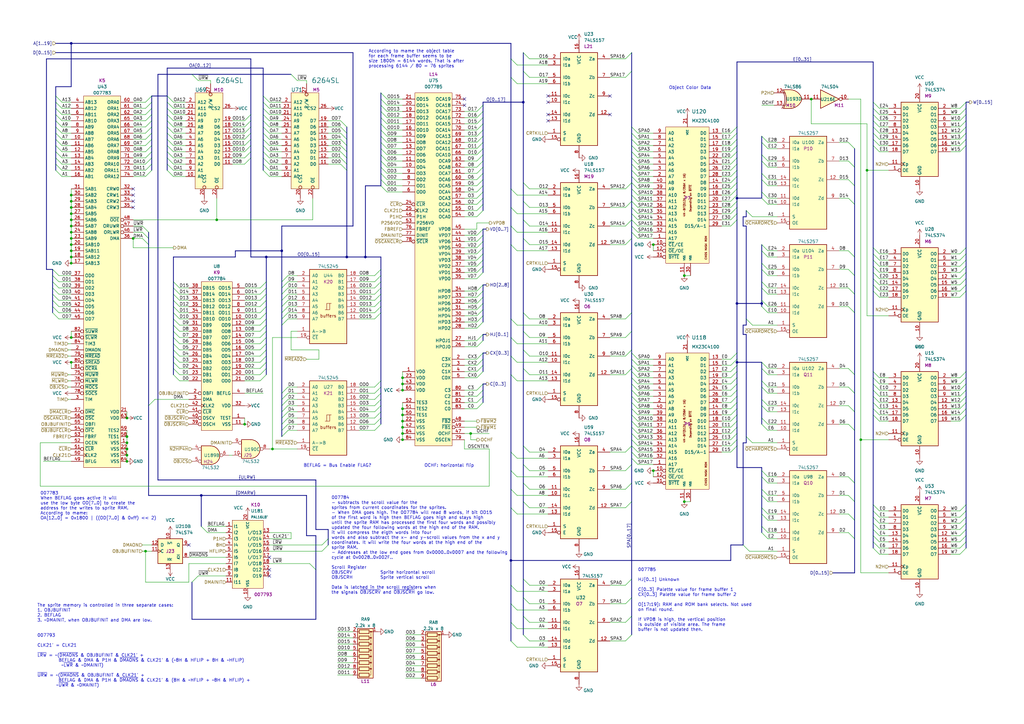
<source format=kicad_sch>
(kicad_sch (version 20231120) (generator "eeschema") (generator_version "8.0")
  (paper "A3")
  (title_block (title "The Final Round") (date "2023-09-11") (company "Konami GX870") (comment 1 "Sprite Layer - Part 1"))
  (bus_alias "DMARW" (members "DMA" "~{LWR}" "~{UWR}"))
  (bus_alias "ULRW" (members "~{URW}" "~{LRW}"))
  (junction (at 29.21 107.95))
  (junction (at 29.21 80.01))
  (junction (at 115.57 102.87))
  (junction (at 52.07 189.23))
  (junction (at 29.21 100.33))
  (junction (at 280.67 113.03))
  (junction (at 52.07 186.69))
  (junction (at 29.21 102.87))
  (junction (at 302.26 148.59))
  (junction (at 82.55 203.2))
  (junction (at 29.21 17.78))
  (junction (at 165.1 175.26))
  (junction (at 59.69 226.06))
  (junction (at 29.21 105.41))
  (junction (at 332.74 40.64))
  (junction (at 29.21 92.71))
  (junction (at 165.1 157.48))
  (junction (at 214.63 41.91))
  (junction (at 149.86 105.41))
  (junction (at 29.21 82.55))
  (junction (at 29.21 95.25))
  (junction (at 111.76 184.15))
  (junction (at 209.55 229.87))
  (junction (at 52.07 181.61))
  (junction (at 54.61 97.79))
  (junction (at 312.42 124.46))
  (junction (at 267.97 100.33))
  (junction (at 88.9 90.17))
  (junction (at 280.67 205.74))
  (junction (at 165.1 172.72))
  (junction (at 302.26 124.46))
  (junction (at 52.07 179.07))
  (junction (at 100.33 173.99))
  (junction (at 29.21 148.59))
  (junction (at 165.1 167.64))
  (junction (at 193.04 177.8))
  (junction (at 353.06 180.34))
  (junction (at 29.21 85.09))
  (junction (at 52.07 184.15))
  (junction (at 165.1 160.02))
  (junction (at 165.1 177.8))
  (junction (at 165.1 154.94))
  (junction (at 355.6 69.85))
  (junction (at 109.22 105.41))
  (junction (at 165.1 180.34))
  (junction (at 52.07 171.45))
  (junction (at 142.24 105.41))
  (junction (at 29.21 87.63))
  (junction (at 29.21 97.79))
  (junction (at 267.97 193.04))
  (junction (at 29.21 138.43))
  (junction (at 165.1 170.18))
  (junction (at 29.21 90.17))
  (junction (at 302.26 81.28))
  (no_connect (at 224.79 46.99))
  (no_connect (at 224.79 49.53))
  (no_connect (at 224.79 41.91))
  (no_connect (at 224.79 39.37))
  (no_connect (at 54.61 80.01))
  (no_connect (at 54.61 85.09))
  (no_connect (at 250.19 39.37))
  (no_connect (at 250.19 46.99))
  (no_connect (at 54.61 77.47))
  (no_connect (at 54.61 82.55))
  (no_connect (at 190.5 40.64))
  (no_connect (at 190.5 43.18))
  (no_connect (at 77.47 223.52))
  (no_connect (at 110.49 233.68))
  (no_connect (at 110.49 236.22))
  (no_connect (at 110.49 228.6))
  (bus_entry (at 256.54 193.04) (size 2.54 -2.54))
  (bus_entry (at 312.42 171.45) (size 2.54 2.54))
  (bus_entry (at 195.58 162.56) (size 2.54 -2.54))
  (bus_entry (at 68.58 59.69) (size 2.54 2.54))
  (bus_entry (at 347.98 195.58) (size 2.54 2.54))
  (bus_entry (at 209.55 262.89) (size 2.54 2.54))
  (bus_entry (at 21.59 113.03) (size 2.54 2.54))
  (bus_entry (at 106.68 140.97) (size 2.54 -2.54))
  (bus_entry (at 358.14 207.01) (size 2.54 2.54))
  (bus_entry (at 142.24 69.85) (size -2.54 -2.54))
  (bus_entry (at 358.14 154.94) (size 2.54 2.54))
  (bus_entry (at 312.42 66.04) (size 2.54 2.54))
  (bus_entry (at 214.63 237.49) (size 2.54 2.54))
  (bus_entry (at 299.72 162.56) (size 2.54 -2.54))
  (bus_entry (at 358.14 167.64) (size 2.54 2.54))
  (bus_entry (at 153.67 163.83) (size 2.54 -2.54))
  (bus_entry (at 107.95 46.99) (size 2.54 2.54))
  (bus_entry (at 195.58 124.46) (size 2.54 -2.54))
  (bus_entry (at 107.95 49.53) (size 2.54 2.54))
  (bus_entry (at 106.68 133.35) (size 2.54 -2.54))
  (bus_entry (at 22.86 52.07) (size 2.54 2.54))
  (bus_entry (at 153.67 120.65) (size 2.54 -2.54))
  (bus_entry (at 195.58 104.14) (size 2.54 -2.54))
  (bus_entry (at 259.08 187.96) (size 2.54 2.54))
  (bus_entry (at 156.21 55.88) (size 2.54 2.54))
  (bus_entry (at 68.58 49.53) (size 2.54 2.54))
  (bus_entry (at 259.08 90.17) (size 2.54 2.54))
  (bus_entry (at 347.98 173.99) (size 2.54 2.54))
  (bus_entry (at 22.86 57.15) (size 2.54 2.54))
  (bus_entry (at 347.98 151.13) (size 2.54 2.54))
  (bus_entry (at 347.98 166.37) (size 2.54 2.54))
  (bus_entry (at 115.57 173.99) (size 2.54 -2.54))
  (bus_entry (at 195.58 129.54) (size 2.54 -2.54))
  (bus_entry (at 106.68 135.89) (size 2.54 -2.54))
  (bus_entry (at 358.14 119.38) (size 2.54 2.54))
  (bus_entry (at 73.66 153.67) (size -2.54 -2.54))
  (bus_entry (at 299.72 72.39) (size 2.54 -2.54))
  (bus_entry (at 195.58 81.28) (size 2.54 -2.54))
  (bus_entry (at 259.08 59.69) (size 2.54 2.54))
  (bus_entry (at 312.42 151.13) (size 2.54 2.54))
  (bus_entry (at 312.42 81.28) (size 2.54 2.54))
  (bus_entry (at 195.58 45.72) (size 2.54 -2.54))
  (bus_entry (at 21.59 120.65) (size 2.54 2.54))
  (bus_entry (at 102.87 49.53) (size -2.54 2.54))
  (bus_entry (at 156.21 50.8) (size 2.54 2.54))
  (bus_entry (at 115.57 118.11) (size 2.54 -2.54))
  (bus_entry (at 156.21 40.64) (size 2.54 2.54))
  (bus_entry (at 195.58 78.74) (size 2.54 -2.54))
  (bus_entry (at 259.08 87.63) (size 2.54 2.54))
  (bus_entry (at 358.14 224.79) (size 2.54 2.54))
  (bus_entry (at 393.7 172.72) (size 2.54 -2.54))
  (bus_entry (at 142.24 54.61) (size -2.54 -2.54))
  (bus_entry (at 195.58 86.36) (size 2.54 -2.54))
  (bus_entry (at 58.42 92.71) (size 2.54 2.54))
  (bus_entry (at 358.14 111.76) (size 2.54 2.54))
  (bus_entry (at 195.58 139.7) (size 2.54 -2.54))
  (bus_entry (at 62.23 69.85) (size -2.54 2.54))
  (bus_entry (at 107.95 62.23) (size 2.54 2.54))
  (bus_entry (at 312.42 110.49) (size 2.54 2.54))
  (bus_entry (at 73.66 148.59) (size -2.54 -2.54))
  (bus_entry (at 115.57 123.19) (size 2.54 -2.54))
  (bus_entry (at 312.42 58.42) (size 2.54 2.54))
  (bus_entry (at 299.72 167.64) (size 2.54 -2.54))
  (bus_entry (at 347.98 118.11) (size 2.54 2.54))
  (bus_entry (at 358.14 116.84) (size 2.54 2.54))
  (bus_entry (at 214.63 252.73) (size 2.54 2.54))
  (bus_entry (at 156.21 58.42) (size 2.54 2.54))
  (bus_entry (at 214.63 21.59) (size 2.54 2.54))
  (bus_entry (at 358.14 217.17) (size 2.54 2.54))
  (bus_entry (at 312.42 208.28) (size 2.54 2.54))
  (bus_entry (at 299.72 67.31) (size 2.54 -2.54))
  (bus_entry (at 107.95 44.45) (size 2.54 2.54))
  (bus_entry (at 153.67 130.81) (size 2.54 -2.54))
  (bus_entry (at 195.58 53.34) (size 2.54 -2.54))
  (bus_entry (at 256.54 100.33) (size 2.54 -2.54))
  (bus_entry (at 62.23 59.69) (size -2.54 2.54))
  (bus_entry (at 347.98 203.2) (size 2.54 2.54))
  (bus_entry (at 299.72 152.4) (size 2.54 -2.54))
  (bus_entry (at 358.14 157.48) (size 2.54 2.54))
  (bus_entry (at 102.87 57.15) (size -2.54 2.54))
  (bus_entry (at 73.66 143.51) (size -2.54 -2.54))
  (bus_entry (at 393.7 217.17) (size 2.54 -2.54))
  (bus_entry (at 259.08 144.78) (size 2.54 2.54))
  (bus_entry (at 358.14 46.99) (size 2.54 2.54))
  (bus_entry (at 312.42 125.73) (size 2.54 2.54))
  (bus_entry (at 358.14 54.61) (size 2.54 2.54))
  (bus_entry (at 259.08 72.39) (size 2.54 2.54))
  (bus_entry (at 106.68 151.13) (size 2.54 -2.54))
  (bus_entry (at 73.66 125.73) (size -2.54 -2.54))
  (bus_entry (at 393.7 62.23) (size 2.54 -2.54))
  (bus_entry (at 68.58 39.37) (size 2.54 2.54))
  (bus_entry (at 393.7 209.55) (size 2.54 -2.54))
  (bus_entry (at 195.58 48.26) (size 2.54 -2.54))
  (bus_entry (at 256.54 200.66) (size 2.54 -2.54))
  (bus_entry (at 358.14 106.68) (size 2.54 2.54))
  (bus_entry (at 195.58 147.32) (size 2.54 -2.54))
  (bus_entry (at 214.63 143.51) (size 2.54 2.54))
  (bus_entry (at 214.63 135.89) (size 2.54 2.54))
  (bus_entry (at 214.63 151.13) (size 2.54 2.54))
  (bus_entry (at 214.63 128.27) (size 2.54 2.54))
  (bus_entry (at 306.07 179.07) (size 2.54 2.54))
  (bus_entry (at 214.63 205.74) (size 2.54 2.54))
  (bus_entry (at 256.54 153.67) (size 2.54 -2.54))
  (bus_entry (at 393.7 160.02) (size 2.54 -2.54))
  (bus_entry (at 259.08 147.32) (size 2.54 2.54))
  (bus_entry (at 312.42 156.21) (size 2.54 2.54))
  (bus_entry (at 259.08 154.94) (size 2.54 2.54))
  (bus_entry (at 68.58 44.45) (size 2.54 2.54))
  (bus_entry (at 209.55 255.27) (size 2.54 2.54))
  (bus_entry (at 68.58 64.77) (size 2.54 2.54))
  (bus_entry (at 209.55 153.67) (size 2.54 2.54))
  (bus_entry (at 21.59 118.11) (size 2.54 2.54))
  (bus_entry (at 393.7 109.22) (size 2.54 -2.54))
  (bus_entry (at 153.67 171.45) (size 2.54 -2.54))
  (bus_entry (at 209.55 100.33) (size 2.54 2.54))
  (bus_entry (at 259.08 67.31) (size 2.54 2.54))
  (bus_entry (at 153.67 125.73) (size 2.54 -2.54))
  (bus_entry (at 156.21 63.5) (size 2.54 2.54))
  (bus_entry (at 156.21 45.72) (size 2.54 2.54))
  (bus_entry (at 68.58 41.91) (size 2.54 2.54))
  (bus_entry (at 195.58 88.9) (size 2.54 -2.54))
  (bus_entry (at 299.72 57.15) (size 2.54 -2.54))
  (bus_entry (at 256.54 208.28) (size 2.54 -2.54))
  (bus_entry (at 259.08 54.61) (size 2.54 2.54))
  (bus_entry (at 347.98 125.73) (size 2.54 2.54))
  (bus_entry (at 393.7 121.92) (size 2.54 -2.54))
  (bus_entry (at 299.72 54.61) (size 2.54 -2.54))
  (bus_entry (at 153.67 176.53) (size 2.54 -2.54))
  (bus_entry (at 156.21 71.12) (size 2.54 2.54))
  (bus_entry (at 115.57 125.73) (size 2.54 -2.54))
  (bus_entry (at 153.67 118.11) (size 2.54 -2.54))
  (bus_entry (at 312.42 195.58) (size 2.54 2.54))
  (bus_entry (at 153.67 113.03) (size 2.54 -2.54))
  (bus_entry (at 259.08 74.93) (size 2.54 2.54))
  (bus_entry (at 73.66 146.05) (size -2.54 -2.54))
  (bus_entry (at 209.55 208.28) (size 2.54 2.54))
  (bus_entry (at 209.55 146.05) (size 2.54 2.54))
  (bus_entry (at 73.66 120.65) (size -2.54 -2.54))
  (bus_entry (at 102.87 62.23) (size -2.54 2.54))
  (bus_entry (at 358.14 214.63) (size 2.54 2.54))
  (bus_entry (at 312.42 55.88) (size 2.54 2.54))
  (bus_entry (at 68.58 52.07) (size 2.54 2.54))
  (bus_entry (at 102.87 64.77) (size -2.54 2.54))
  (bus_entry (at 347.98 110.49) (size 2.54 2.54))
  (bus_entry (at 115.57 163.83) (size 2.54 -2.54))
  (bus_entry (at 358.14 160.02) (size 2.54 2.54))
  (bus_entry (at 107.95 54.61) (size 2.54 2.54))
  (bus_entry (at 106.68 118.11) (size 2.54 -2.54))
  (bus_entry (at 78.74 30.48) (size 2.54 2.54))
  (bus_entry (at 195.58 114.3) (size 2.54 -2.54))
  (bus_entry (at 358.14 219.71) (size 2.54 2.54))
  (bus_entry (at 68.58 46.99) (size 2.54 2.54))
  (bus_entry (at 195.58 50.8) (size 2.54 -2.54))
  (bus_entry (at 73.66 135.89) (size -2.54 -2.54))
  (bus_entry (at 22.86 49.53) (size 2.54 2.54))
  (bus_entry (at 393.7 157.48) (size 2.54 -2.54))
  (bus_entry (at 259.08 149.86) (size 2.54 2.54))
  (bus_entry (at 259.08 95.25) (size 2.54 2.54))
  (bus_entry (at 259.08 62.23) (size 2.54 2.54))
  (bus_entry (at 62.23 39.37) (size -2.54 2.54))
  (bus_entry (at 195.58 111.76) (size 2.54 -2.54))
  (bus_entry (at 62.23 46.99) (size -2.54 2.54))
  (bus_entry (at 102.87 59.69) (size -2.54 2.54))
  (bus_entry (at 68.58 54.61) (size 2.54 2.54))
  (bus_entry (at 106.68 148.59) (size 2.54 -2.54))
  (bus_entry (at 106.68 156.21) (size 2.54 -2.54))
  (bus_entry (at 195.58 134.62) (size 2.54 -2.54))
  (bus_entry (at 299.72 90.17) (size 2.54 -2.54))
  (bus_entry (at 393.7 116.84) (size 2.54 -2.54))
  (bus_entry (at 153.67 173.99) (size 2.54 -2.54))
  (bus_entry (at 256.54 24.13) (size 2.54 -2.54))
  (bus_entry (at 195.58 142.24) (size 2.54 -2.54))
  (bus_entry (at 299.72 77.47) (size 2.54 -2.54))
  (bus_entry (at 58.42 97.79) (size 2.54 2.54))
  (bus_entry (at 209.55 200.66) (size 2.54 2.54))
  (bus_entry (at 259.08 69.85) (size 2.54 2.54))
  (bus_entry (at 214.63 245.11) (size 2.54 2.54))
  (bus_entry (at 299.72 157.48) (size 2.54 -2.54))
  (bus_entry (at 299.72 160.02) (size 2.54 -2.54))
  (bus_entry (at 73.66 151.13) (size -2.54 -2.54))
  (bus_entry (at 156.21 60.96) (size 2.54 2.54))
  (bus_entry (at 256.54 255.27) (size 2.54 -2.54))
  (bus_entry (at 256.54 262.89) (size 2.54 -2.54))
  (bus_entry (at 256.54 247.65) (size 2.54 -2.54))
  (bus_entry (at 256.54 240.03) (size 2.54 -2.54))
  (bus_entry (at 393.7 222.25) (size 2.54 -2.54))
  (bus_entry (at 312.42 63.5) (size 2.54 2.54))
  (bus_entry (at 259.08 160.02) (size 2.54 2.54))
  (bus_entry (at 358.14 222.25) (size 2.54 2.54))
  (bus_entry (at 312.42 118.11) (size 2.54 2.54))
  (bus_entry (at 62.23 54.61) (size -2.54 2.54))
  (bus_entry (at 153.67 128.27) (size 2.54 -2.54))
  (bus_entry (at 195.58 71.12) (size 2.54 -2.54))
  (bus_entry (at 259.08 152.4) (size 2.54 2.54))
  (bus_entry (at 68.58 62.23) (size 2.54 2.54))
  (bus_entry (at 142.24 52.07) (size -2.54 -2.54))
  (bus_entry (at 153.67 168.91) (size 2.54 -2.54))
  (bus_entry (at 106.68 143.51) (size 2.54 -2.54))
  (bus_entry (at 195.58 60.96) (size 2.54 -2.54))
  (bus_entry (at 115.57 171.45) (size 2.54 -2.54))
  (bus_entry (at 195.58 73.66) (size 2.54 -2.54))
  (bus_entry (at 312.42 218.44) (size 2.54 2.54))
  (bus_entry (at 115.57 133.35) (size 2.54 -2.54))
  (bus_entry (at 153.67 158.75) (size 2.54 -2.54))
  (bus_entry (at 156.21 38.1) (size 2.54 2.54))
  (bus_entry (at 209.55 247.65) (size 2.54 2.54))
  (bus_entry (at 304.8 223.52) (size 2.54 2.54))
  (bus_entry (at 115.57 130.81) (size 2.54 -2.54))
  (bus_entry (at 22.86 44.45) (size 2.54 2.54))
  (bus_entry (at 256.54 77.47) (size 2.54 -2.54))
  (bus_entry (at 299.72 69.85) (size 2.54 -2.54))
  (bus_entry (at 73.66 130.81) (size -2.54 -2.54))
  (bus_entry (at 299.72 149.86) (size 2.54 -2.54))
  (bus_entry (at 358.14 165.1) (size 2.54 2.54))
  (bus_entry (at 256.54 185.42) (size 2.54 -2.54))
  (bus_entry (at 62.23 67.31) (size -2.54 2.54))
  (bus_entry (at 358.14 109.22) (size 2.54 2.54))
  (bus_entry (at 153.67 161.29) (size 2.54 -2.54))
  (bus_entry (at 214.63 260.35) (size 2.54 2.54))
  (bus_entry (at 312.42 73.66) (size 2.54 2.54))
  (bus_entry (at 22.86 41.91) (size 2.54 2.54))
  (bus_entry (at 259.08 85.09) (size 2.54 2.54))
  (bus_entry (at 209.55 24.13) (size 2.54 2.54))
  (bus_entry (at 107.95 59.69) (size 2.54 2.54))
  (bus_entry (at 62.23 62.23) (size -2.54 2.54))
  (bus_entry (at 393.7 227.33) (size 2.54 -2.54))
  (bus_entry (at 358.14 44.45) (size 2.54 2.54))
  (bus_entry (at 22.86 67.31) (size 2.54 2.54))
  (bus_entry (at 209.55 92.71) (size 2.54 2.54))
  (bus_entry (at 115.57 120.65) (size 2.54 -2.54))
  (bus_entry (at 312.42 78.74) (size 2.54 2.54))
  (bus_entry (at 299.72 172.72) (size 2.54 -2.54))
  (bus_entry (at 195.58 58.42) (size 2.54 -2.54))
  (bus_entry (at 393.7 219.71) (size 2.54 -2.54))
  (bus_entry (at 259.08 64.77) (size 2.54 2.54))
  (bus_entry (at 393.7 46.99) (size 2.54 -2.54))
  (bus_entry (at 78.74 238.76) (size 2.54 -2.54))
  (bus_entry (at 209.55 85.09) (size 2.54 2.54))
  (bus_entry (at 393.7 214.63) (size 2.54 -2.54))
  (bus_entry (at 259.08 77.47) (size 2.54 2.54))
  (bus_entry (at 68.58 69.85) (size 2.54 2.54))
  (bus_entry (at 142.24 67.31) (size -2.54 -2.54))
  (bus_entry (at 312.42 148.59) (size 2.54 2.54))
  (bus_entry (at 299.72 64.77) (size 2.54 -2.54))
  (bus_entry (at 127 231.14) (size 2.54 2.54))
  (bus_entry (at 256.54 146.05) (size 2.54 -2.54))
  (bus_entry (at 21.59 115.57) (size 2.54 2.54))
  (bus_entry (at 393.7 114.3) (size 2.54 -2.54))
  (bus_entry (at 21.59 125.73) (size 2.54 2.54))
  (bus_entry (at 347.98 218.44) (size 2.54 2.54))
  (bus_entry (at 312.42 158.75) (size 2.54 2.54))
  (bus_entry (at 358.14 59.69) (size 2.54 2.54))
  (bus_entry (at 259.08 157.48) (size 2.54 2.54))
  (bus_entry (at 107.95 41.91) (size 2.54 2.54))
  (bus_entry (at 195.58 101.6) (size 2.54 -2.54))
  (bus_entry (at 73.66 133.35) (size -2.54 -2.54))
  (bus_entry (at 21.59 110.49) (size 2.54 2.54))
  (bus_entry (at 195.58 165.1) (size 2.54 -2.54))
  (bus_entry (at 256.54 85.09) (size 2.54 -2.54))
  (bus_entry (at 62.23 49.53) (size -2.54 2.54))
  (bus_entry (at 106.68 120.65) (size 2.54 -2.54))
  (bus_entry (at 106.68 123.19) (size 2.54 -2.54))
  (bus_entry (at 393.7 54.61) (size 2.54 -2.54))
  (bus_entry (at 214.63 182.88) (size 2.54 2.54))
  (bus_entry (at 22.86 54.61) (size 2.54 2.54))
  (bus_entry (at 393.7 57.15) (size 2.54 -2.54))
  (bus_entry (at 299.72 147.32) (size 2.54 -2.54))
  (bus_entry (at 195.58 66.04) (size 2.54 -2.54))
  (bus_entry (at 299.72 82.55) (size 2.54 -2.54))
  (bus_entry (at 256.54 92.71) (size 2.54 -2.54))
  (bus_entry (at 107.95 67.31) (size 2.54 2.54))
  (bus_entry (at 115.57 166.37) (size 2.54 -2.54))
  (bus_entry (at 153.67 123.19) (size 2.54 -2.54))
  (bus_entry (at 195.58 160.02) (size 2.54 -2.54))
  (bus_entry (at 195.58 96.52) (size 2.54 -2.54))
  (bus_entry (at 22.86 39.37) (size 2.54 2.54))
  (bus_entry (at 259.08 165.1) (size 2.54 2.54))
  (bus_entry (at 209.55 185.42) (size 2.54 2.54))
  (bus_entry (at 393.7 59.69) (size 2.54 -2.54))
  (bus_entry (at 142.24 64.77) (size -2.54 -2.54))
  (bus_entry (at 299.72 74.93) (size 2.54 -2.54))
  (bus_entry (at 299.72 59.69) (size 2.54 -2.54))
  (bus_entry (at 259.08 167.64) (size 2.54 2.54))
  (bus_entry (at 82.55 215.9) (size 2.54 2.54))
  (bus_entry (at 22.86 69.85) (size 2.54 2.54))
  (bus_entry (at 115.57 115.57) (size 2.54 -2.54))
  (bus_entry (at 393.7 165.1) (size 2.54 -2.54))
  (bus_entry (at 102.87 52.07) (size -2.54 2.54))
  (bus_entry (at 358.14 114.3) (size 2.54 2.54))
  (bus_entry (at 312.42 166.37) (size 2.54 2.54))
  (bus_entry (at 393.7 111.76) (size 2.54 -2.54))
  (bus_entry (at 393.7 106.68) (size 2.54 -2.54))
  (bus_entry (at 259.08 172.72) (size 2.54 2.54))
  (bus_entry (at 312.42 123.19) (size 2.54 2.54))
  (bus_entry (at 256.54 138.43) (size 2.54 -2.54))
  (bus_entry (at 299.72 62.23) (size 2.54 -2.54))
  (bus_entry (at 299.72 170.18) (size 2.54 -2.54))
  (bus_entry (at 195.58 167.64) (size 2.54 -2.54))
  (bus_entry (at 312.42 210.82) (size 2.54 2.54))
  (bus_entry (at 195.58 121.92) (size 2.54 -2.54))
  (bus_entry (at 68.58 57.15) (size 2.54 2.54))
  (bus_entry (at 107.95 57.15) (size 2.54 2.54))
  (bus_entry (at 259.08 82.55) (size 2.54 2.54))
  (bus_entry (at 106.68 125.73) (size 2.54 -2.54))
  (bus_entry (at 132.08 223.52) (size 2.54 -2.54))
  (bus_entry (at 393.7 224.79) (size 2.54 -2.54))
  (bus_entry (at 107.95 52.07) (size 2.54 2.54))
  (bus_entry (at 115.57 168.91) (size 2.54 -2.54))
  (bus_entry (at 347.98 102.87) (size 2.54 2.54))
  (bus_entry (at 358.14 101.6) (size 2.54 2.54))
  (bus_entry (at 195.58 55.88) (size 2.54 -2.54))
  (bus_entry (at 22.86 59.69) (size 2.54 2.54))
  (bus_entry (at 195.58 76.2) (size 2.54 -2.54))
  (bus_entry (at 106.68 146.05) (size 2.54 -2.54))
  (bus_entry (at 312.42 100.33) (size 2.54 2.54))
  (bus_entry (at 102.87 46.99) (size -2.54 2.54))
  (bus_entry (at 358.14 52.07) (size 2.54 2.54))
  (bus_entry (at 195.58 127) (size 2.54 -2.54))
  (bus_entry (at 299.72 180.34) (size 2.54 -2.54))
  (bus_entry (at 209.55 138.43) (size 2.54 2.54))
  (bus_entry (at 393.7 167.64) (size 2.54 -2.54))
  (bus_entry (at 299.72 185.42) (size 2.54 -2.54))
  (bus_entry (at 115.57 161.29) (size 2.54 -2.54))
  (bus_entry (at 73.66 140.97) (size -2.54 -2.54))
  (bus_entry (at 106.68 128.27) (size 2.54 -2.54))
  (bus_entry (at 299.72 182.88) (size 2.54 -2.54))
  (bus_entry (at 299.72 177.8) (size 2.54 -2.54))
  (bus_entry (at 393.7 44.45) (size 2.54 -2.54))
  (bus_entry (at 195.58 83.82) (size 2.54 -2.54))
  (bus_entry (at 393.7 212.09) (size 2.54 -2.54))
  (bus_entry (at 156.21 68.58) (size 2.54 2.54))
  (bus_entry (at 259.08 52.07) (size 2.54 2.54))
  (bus_entry (at 153.67 115.57) (size 2.54 -2.54))
  (bus_entry (at 21.59 128.27) (size 2.54 2.54))
  (bus_entry (at 214.63 74.93) (size 2.54 2.54))
  (bus_entry (at 312.42 215.9) (size 2.54 2.54))
  (bus_entry (at 259.08 182.88) (size 2.54 2.54))
  (bus_entry (at 107.95 39.37) (size 2.54 2.54))
  (bus_entry (at 209.55 240.03) (size 2.54 2.54))
  (bus_entry (at 358.14 41.91) (size 2.54 2.54))
  (bus_entry (at 58.42 95.25) (size 2.54 2.54))
  (bus_entry (at 22.86 62.23) (size 2.54 2.54))
  (bus_entry (at 21.59 123.19) (size 2.54 2.54))
  (bus_entry (at 259.08 170.18) (size 2.54 2.54))
  (bus_entry (at 195.58 99.06) (size 2.54 -2.54))
  (bus_entry (at 73.66 123.19) (size -2.54 -2.54))
  (bus_entry (at 195.58 149.86) (size 2.54 -2.54))
  (bus_entry (at 393.7 104.14) (size 2.54 -2.54))
  (bus_entry (at 312.42 203.2) (size 2.54 2.54))
  (bus_entry (at 73.66 156.21) (size -2.54 -2.54))
  (bus_entry (at 214.63 190.5) (size 2.54 2.54))
  (bus_entry (at 62.23 52.07) (size -2.54 2.54))
  (bus_entry (at 347.98 158.75) (size 2.54 2.54))
  (bus_entry (at 358.14 209.55) (size 2.54 2.54))
  (bus_entry (at 312.42 200.66) (size 2.54 2.54))
  (bus_entry (at 156.21 43.18) (size 2.54 2.54))
  (bus_entry (at 259.08 177.8) (size 2.54 2.54))
  (bus_entry (at 358.14 49.53) (size 2.54 2.54))
  (bus_entry (at 195.58 154.94) (size 2.54 -2.54))
  (bus_entry (at 62.23 44.45) (size -2.54 2.54))
  (bus_entry (at 393.7 52.07) (size 2.54 -2.54))
  (bus_entry (at 62.23 41.91) (size -2.54 2.54))
  (bus_entry (at 62.23 57.15) (size -2.54 2.54))
  (bus_entry (at 115.57 179.07) (size 2.54 -2.54))
  (bus_entry (at 393.7 49.53) (size 2.54 -2.54))
  (bus_entry (at 209.55 77.47) (size 2.54 2.54))
  (bus_entry (at 256.54 31.75) (size 2.54 -2.54))
  (bus_entry (at 60.96 166.37) (size 2.54 -2.54))
  (bus_entry (at 358.14 162.56) (size 2.54 2.54))
  (bus_entry (at 214.63 97.79) (size 2.54 2.54))
  (bus_entry (at 22.86 64.77) (size 2.54 2.54))
  (bus_entry (at 73.66 128.27) (size -2.54 -2.54))
  (bus_entry (at 195.58 63.5) (size 2.54 -2.54))
  (bus_entry (at 156.21 76.2) (size 2.54 2.54))
  (bus_entry (at 259.08 162.56) (size 2.54 2.54))
  (bus_entry (at 115.57 128.27) (size 2.54 -2.54))
  (bus_entry (at 62.23 64.77) (size -2.54 2.54))
  (bus_entry (at 299.72 85.09) (size 2.54 -2.54))
  (bus_entry (at 256.54 130.81) (size 2.54 -2.54))
  (bus_entry (at 259.08 57.15) (size 2.54 2.54))
  (bus_entry (at 358.14 104.14) (size 2.54 2.54))
  (bus_entry (at 259.08 175.26) (size 2.54 2.54))
  (bus_entry (at 259.08 80.01) (size 2.54 2.54))
  (bus_entry (at 119.38 30.48) (size 2.54 2.54))
  (bus_entry (at 156.21 53.34) (size 2.54 2.54))
  (bus_entry (at 393.7 119.38) (size 2.54 -2.54))
  (bus_entry (at 306.07 130.81) (size 2.54 2.54))
  (bus_entry (at 156.21 66.04) (size 2.54 2.54))
  (bus_entry (at 312.42 173.99) (size 2.54 2.54))
  (bus_entry (at 106.68 153.67) (size 2.54 -2.54))
  (bus_entry (at 393.7 162.56) (size 2.54 -2.54))
  (bus_entry (at 214.63 29.21) (size 2.54 2.54))
  (bus_entry (at 259.08 180.34) (size 2.54 2.54))
  (bus_entry (at 312.42 193.04) (size 2.54 2.54))
  (bus_entry (at 312.42 163.83) (size 2.54 2.54))
  (bus_entry (at 115.57 176.53) (size 2.54 -2.54))
  (bus_entry (at 299.72 154.94) (size 2.54 -2.54))
  (bus_entry (at 195.58 119.38) (size 2.54 -2.54))
  (bus_entry (at 156.21 73.66) (size 2.54 2.54))
  (bus_entry (at 299.72 87.63) (size 2.54 -2.54))
  (bus_entry (at 358.14 170.18) (size 2.54 2.54))
  (bus_entry (at 209.55 130.81) (size 2.54 2.54))
  (bus_entry (at 358.14 57.15) (size 2.54 2.54))
  (bus_entry (at 312.42 107.95) (size 2.54 2.54))
  (bus_entry (at 259.08 185.42) (size 2.54 2.54))
  (bus_entry (at 358.14 212.09) (size 2.54 2.54))
  (bus_entry (at 107.95 64.77) (size 2.54 2.54))
  (bus_entry (at 209.55 31.75) (size 2.54 2.54))
  (bus_entry (at 299.72 92.71) (size 2.54 -2.54))
  (bus_entry (at 393.7 154.94) (size 2.54 -2.54))
  (bus_entry (at 306.07 86.36) (size 2.54 2.54))
  (bus_entry (at 214.63 82.55) (size 2.54 2.54))
  (bus_entry (at 195.58 152.4) (size 2.54 -2.54))
  (bus_entry (at 259.08 92.71) (size 2.54 2.54))
  (bus_entry (at 214.63 198.12) (size 2.54 2.54))
  (bus_entry (at 195.58 132.08) (size 2.54 -2.54))
  (bus_entry (at 73.66 138.43) (size -2.54 -2.54))
  (bus_entry (at 312.42 115.57) (size 2.54 2.54))
  (bus_entry (at 142.24 62.23) (size -2.54 -2.54))
  (bus_entry (at 22.86 46.99) (size 2.54 2.54))
  (bus_entry (at 299.72 165.1) (size 2.54 -2.54))
  (bus_entry (at 358.14 152.4) (size 2.54 2.54))
  (bus_entry (at 209.55 193.04) (size 2.54 2.54))
  (bus_entry (at 347.98 58.42) (size 2.54 2.54))
  (bus_entry (at 347.98 66.04) (size 2.54 2.54))
  (bus_entry (at 347.98 73.66) (size 2.54 2.54))
  (bus_entry (at 347.98 81.28) (size 2.54 2.54))
  (bus_entry (at 106.68 130.81) (size 2.54 -2.54))
  (bus_entry (at 195.58 109.22) (size 2.54 -2.54))
  (bus_entry (at 102.87 54.61) (size -2.54 2.54))
  (bus_entry (at 73.66 118.11) (size -2.54 -2.54))
  (bus_entry (at 156.21 48.26) (size 2.54 2.54))
  (bus_entry (at 299.72 80.01) (size 2.54 -2.54))
  (bus_entry (at 107.95 69.85) (size 2.54 2.54))
  (bus_entry (at 68.58 67.31) (size 2.54 2.54))
  (bus_entry (at 132.08 226.06) (size 2.54 -2.54))
  (bus_entry (at 312.42 102.87) (size 2.54 2.54))
  (bus_entry (at 153.67 166.37) (size 2.54 -2.54))
  (bus_entry (at 142.24 59.69) (size -2.54 -2.54))
  (bus_entry (at 106.68 138.43) (size 2.54 -2.54))
  (bus_entry (at 195.58 106.68) (size 2.54 -2.54))
  (bus_entry (at 195.58 68.58) (size 2.54 -2.54))
  (bus_entry (at 312.42 71.12) (size 2.54 2.54))
  (bus_entry (at 347.98 210.82) (size 2.54 2.54))
  (bus_entry (at 299.72 175.26) (size 2.54 -2.54))
  (bus_entry (at 142.24 57.15) (size -2.54 -2.54))
  (bus_entry (at 214.63 90.17) (size 2.54 2.54))
  (bus_entry (at 393.7 170.18) (size 2.54 -2.54))
  (wire (pts (xy 52.07 184.15) (xy 52.07 186.69)))
  (wire (pts (xy 110.49 54.61) (xy 115.57 54.61)))
  (bus (pts (xy 358.14 157.48) (xy 358.14 160.02)))
  (bus (pts (xy 396.24 109.22) (xy 396.24 106.68)))
  (wire (pts (xy 54.61 52.07) (xy 59.69 52.07)))
  (wire (pts (xy 190.5 149.86) (xy 195.58 149.86)))
  (wire (pts (xy 217.17 85.09) (xy 224.79 85.09)))
  (wire (pts (xy 100.33 54.61) (xy 95.25 54.61)))
  (wire (pts (xy 29.21 87.63) (xy 29.21 90.17)))
  (bus (pts (xy 312.42 124.46) (xy 312.42 125.73)))
  (bus (pts (xy 19.05 110.49) (xy 19.05 24.13)))
  (bus (pts (xy 198.12 78.74) (xy 198.12 76.2)))
  (wire (pts (xy 261.62 152.4) (xy 267.97 152.4)))
  (bus (pts (xy 115.57 128.27) (xy 115.57 125.73)))
  (bus (pts (xy 214.63 260.35) (xy 214.63 252.73)))
  (wire (pts (xy 261.62 82.55) (xy 267.97 82.55)))
  (wire (pts (xy 147.32 166.37) (xy 153.67 166.37)))
  (wire (pts (xy 25.4 49.53) (xy 29.21 49.53)))
  (bus (pts (xy 156.21 45.72) (xy 156.21 48.26)))
  (bus (pts (xy 304.8 137.16) (xy 304.8 133.35)))
  (bus (pts (xy 396.24 152.4) (xy 396.24 119.38)))
  (wire (pts (xy 217.17 208.28) (xy 224.79 208.28)))
  (wire (pts (xy 344.17 73.66) (xy 347.98 73.66)))
  (bus (pts (xy 198.12 73.66) (xy 198.12 71.12)))
  (bus (pts (xy 22.86 49.53) (xy 22.86 52.07)))
  (wire (pts (xy 190.5 66.04) (xy 195.58 66.04)))
  (wire (pts (xy 52.07 176.53) (xy 52.07 179.07)))
  (bus (pts (xy 198.12 147.32) (xy 198.12 144.78)))
  (wire (pts (xy 193.04 177.8) (xy 200.66 177.8)))
  (wire (pts (xy 29.21 100.33) (xy 29.21 102.87)))
  (wire (pts (xy 110.49 64.77) (xy 115.57 64.77)))
  (wire (pts (xy 360.68 212.09) (xy 364.49 212.09)))
  (bus (pts (xy 22.86 39.37) (xy 22.86 41.91)))
  (bus (pts (xy 259.08 160.02) (xy 259.08 162.56)))
  (wire (pts (xy 314.96 161.29) (xy 318.77 161.29)))
  (wire (pts (xy 261.62 87.63) (xy 267.97 87.63)))
  (bus (pts (xy 259.08 87.63) (xy 259.08 90.17)))
  (bus (pts (xy 358.14 214.63) (xy 358.14 217.17)))
  (wire (pts (xy 190.5 60.96) (xy 195.58 60.96)))
  (wire (pts (xy 261.62 69.85) (xy 267.97 69.85)))
  (wire (pts (xy 100.33 57.15) (xy 95.25 57.15)))
  (wire (pts (xy 147.32 171.45) (xy 153.67 171.45)))
  (bus (pts (xy 259.08 175.26) (xy 259.08 177.8)))
  (bus (pts (xy 312.42 195.58) (xy 312.42 193.04)))
  (wire (pts (xy 295.91 152.4) (xy 299.72 152.4)))
  (wire (pts (xy 295.91 149.86) (xy 299.72 149.86)))
  (wire (pts (xy 147.32 128.27) (xy 153.67 128.27)))
  (bus (pts (xy 302.26 81.28) (xy 312.42 81.28)))
  (wire (pts (xy 71.12 44.45) (xy 76.2 44.45)))
  (wire (pts (xy 190.5 63.5) (xy 195.58 63.5)))
  (wire (pts (xy 118.11 173.99) (xy 121.92 173.99)))
  (wire (pts (xy 54.61 64.77) (xy 59.69 64.77)))
  (bus (pts (xy 62.23 57.15) (xy 62.23 59.69)))
  (bus (pts (xy 22.86 46.99) (xy 22.86 49.53)))
  (wire (pts (xy 217.17 24.13) (xy 224.79 24.13)))
  (bus (pts (xy 102.87 46.99) (xy 102.87 49.53)))
  (wire (pts (xy 250.19 130.81) (xy 256.54 130.81)))
  (bus (pts (xy 21.59 113.03) (xy 21.59 110.49)))
  (wire (pts (xy 250.19 77.47) (xy 256.54 77.47)))
  (bus (pts (xy 21.59 110.49) (xy 19.05 110.49)))
  (wire (pts (xy 77.47 151.13) (xy 73.66 151.13)))
  (wire (pts (xy 314.96 153.67) (xy 318.77 153.67)))
  (wire (pts (xy 100.33 146.05) (xy 106.68 146.05)))
  (bus (pts (xy 302.26 67.31) (xy 302.26 69.85)))
  (wire (pts (xy 261.62 90.17) (xy 267.97 90.17)))
  (wire (pts (xy 118.11 158.75) (xy 121.92 158.75)))
  (bus (pts (xy 71.12 143.51) (xy 71.12 140.97)))
  (wire (pts (xy 389.89 162.56) (xy 393.7 162.56)))
  (wire (pts (xy 88.9 90.17) (xy 88.9 81.28)))
  (bus (pts (xy 68.58 49.53) (xy 68.58 52.07)))
  (wire (pts (xy 158.75 60.96) (xy 165.1 60.96)))
  (wire (pts (xy 77.47 123.19) (xy 73.66 123.19)))
  (wire (pts (xy 158.75 45.72) (xy 165.1 45.72)))
  (bus (pts (xy 68.58 57.15) (xy 68.58 59.69)))
  (wire (pts (xy 128.27 90.17) (xy 128.27 81.28)))
  (bus (pts (xy 312.42 63.5) (xy 312.42 66.04)))
  (wire (pts (xy 344.17 210.82) (xy 347.98 210.82)))
  (bus (pts (xy 71.12 118.11) (xy 71.12 115.57)))
  (wire (pts (xy 267.97 100.33) (xy 267.97 102.87)))
  (wire (pts (xy 261.62 170.18) (xy 267.97 170.18)))
  (bus (pts (xy 96.52 102.87) (xy 115.57 102.87)))
  (bus (pts (xy 156.21 118.11) (xy 156.21 115.57)))
  (wire (pts (xy 212.09 156.21) (xy 224.79 156.21)))
  (wire (pts (xy 190.5 165.1) (xy 195.58 165.1)))
  (wire (pts (xy 389.89 214.63) (xy 393.7 214.63)))
  (bus (pts (xy 358.14 25.4) (xy 302.26 25.4)))
  (wire (pts (xy 360.68 160.02) (xy 364.49 160.02)))
  (wire (pts (xy 344.17 158.75) (xy 347.98 158.75)))
  (wire (pts (xy 71.12 41.91) (xy 76.2 41.91)))
  (bus (pts (xy 156.21 163.83) (xy 156.21 161.29)))
  (wire (pts (xy 190.5 50.8) (xy 195.58 50.8)))
  (bus (pts (xy 68.58 59.69) (xy 68.58 62.23)))
  (wire (pts (xy 139.7 49.53) (xy 134.62 49.53)))
  (bus (pts (xy 259.08 205.74) (xy 259.08 237.49)))
  (wire (pts (xy 29.21 125.73) (xy 24.13 125.73)))
  (wire (pts (xy 190.5 154.94) (xy 195.58 154.94)))
  (bus (pts (xy 78.74 254) (xy 129.54 254)))
  (bus (pts (xy 259.08 57.15) (xy 259.08 59.69)))
  (bus (pts (xy 109.22 120.65) (xy 109.22 123.19)))
  (bus (pts (xy 312.42 173.99) (xy 312.42 171.45)))
  (wire (pts (xy 389.89 209.55) (xy 393.7 209.55)))
  (wire (pts (xy 158.75 53.34) (xy 165.1 53.34)))
  (wire (pts (xy 190.5 184.15) (xy 200.66 184.15)))
  (bus (pts (xy 259.08 157.48) (xy 259.08 160.02)))
  (wire (pts (xy 52.07 179.07) (xy 52.07 181.61)))
  (wire (pts (xy 81.28 33.02) (xy 86.36 33.02)))
  (wire (pts (xy 344.17 166.37) (xy 347.98 166.37)))
  (bus (pts (xy 68.58 27.94) (xy 107.95 27.94)))
  (bus (pts (xy 302.26 149.86) (xy 302.26 152.4)))
  (wire (pts (xy 314.96 203.2) (xy 318.77 203.2)))
  (bus (pts (xy 350.52 168.91) (xy 350.52 176.53)))
  (wire (pts (xy 58.42 223.52) (xy 62.23 223.52)))
  (bus (pts (xy 198.12 53.34) (xy 198.12 50.8)))
  (bus (pts (xy 209.55 240.03) (xy 209.55 247.65)))
  (wire (pts (xy 312.42 43.18) (xy 317.5 43.18)))
  (bus (pts (xy 259.08 85.09) (xy 259.08 87.63)))
  (wire (pts (xy 121.92 33.02) (xy 125.73 33.02)))
  (bus (pts (xy 156.21 43.18) (xy 156.21 45.72)))
  (wire (pts (xy 118.11 120.65) (xy 121.92 120.65)))
  (wire (pts (xy 16.51 181.61) (xy 29.21 181.61)))
  (wire (pts (xy 217.17 31.75) (xy 224.79 31.75)))
  (wire (pts (xy 250.19 85.09) (xy 256.54 85.09)))
  (bus (pts (xy 198.12 137.16) (xy 199.39 137.16)))
  (bus (pts (xy 198.12 101.6) (xy 198.12 99.06)))
  (bus (pts (xy 259.08 64.77) (xy 259.08 67.31)))
  (bus (pts (xy 396.24 59.69) (xy 396.24 57.15)))
  (bus (pts (xy 259.08 72.39) (xy 259.08 74.93)))
  (wire (pts (xy 130.81 147.32) (xy 125.73 147.32)))
  (wire (pts (xy 261.62 59.69) (xy 267.97 59.69)))
  (bus (pts (xy 198.12 104.14) (xy 198.12 101.6)))
  (wire (pts (xy 25.4 44.45) (xy 29.21 44.45)))
  (wire (pts (xy 355.6 69.85) (xy 355.6 50.8)))
  (wire (pts (xy 190.5 81.28) (xy 195.58 81.28)))
  (bus (pts (xy 350.52 68.58) (xy 350.52 76.2)))
  (bus (pts (xy 302.26 82.55) (xy 302.26 85.09)))
  (bus (pts (xy 350.52 105.41) (xy 350.52 113.03)))
  (bus (pts (xy 259.08 92.71) (xy 259.08 95.25)))
  (wire (pts (xy 77.47 128.27) (xy 73.66 128.27)))
  (bus (pts (xy 142.24 59.69) (xy 142.24 57.15)))
  (wire (pts (xy 212.09 140.97) (xy 224.79 140.97)))
  (wire (pts (xy 314.96 66.04) (xy 318.77 66.04)))
  (wire (pts (xy 295.91 82.55) (xy 299.72 82.55)))
  (bus (pts (xy 350.52 205.74) (xy 350.52 213.36)))
  (bus (pts (xy 62.23 41.91) (xy 62.23 44.45)))
  (bus (pts (xy 312.42 78.74) (xy 312.42 81.28)))
  (bus (pts (xy 358.14 219.71) (xy 358.14 222.25)))
  (wire (pts (xy 118.11 113.03) (xy 121.92 113.03)))
  (wire (pts (xy 190.5 83.82) (xy 195.58 83.82)))
  (wire (pts (xy 166.37 273.05) (xy 172.72 273.05)))
  (bus (pts (xy 198.12 41.91) (xy 198.12 43.18)))
  (wire (pts (xy 139.7 64.77) (xy 134.62 64.77)))
  (bus (pts (xy 396.24 157.48) (xy 396.24 154.94)))
  (wire (pts (xy 314.96 220.98) (xy 318.77 220.98)))
  (bus (pts (xy 198.12 137.16) (xy 198.12 139.7)))
  (wire (pts (xy 314.96 120.65) (xy 318.77 120.65)))
  (wire (pts (xy 389.89 170.18) (xy 393.7 170.18)))
  (wire (pts (xy 389.89 172.72) (xy 393.7 172.72)))
  (bus (pts (xy 115.57 92.71) (xy 144.78 92.71)))
  (bus (pts (xy 107.95 62.23) (xy 107.95 64.77)))
  (bus (pts (xy 358.14 162.56) (xy 358.14 165.1)))
  (bus (pts (xy 115.57 120.65) (xy 115.57 118.11)))
  (bus (pts (xy 60.96 100.33) (xy 60.96 166.37)))
  (wire (pts (xy 110.49 67.31) (xy 115.57 67.31)))
  (wire (pts (xy 54.61 54.61) (xy 59.69 54.61)))
  (bus (pts (xy 302.26 52.07) (xy 302.26 54.61)))
  (wire (pts (xy 212.09 257.81) (xy 224.79 257.81)))
  (wire (pts (xy 158.75 78.74) (xy 165.1 78.74)))
  (wire (pts (xy 190.5 160.02) (xy 195.58 160.02)))
  (wire (pts (xy 250.19 208.28) (xy 256.54 208.28)))
  (bus (pts (xy 198.12 111.76) (xy 198.12 109.22)))
  (bus (pts (xy 21.59 125.73) (xy 21.59 123.19)))
  (bus (pts (xy 312.42 73.66) (xy 312.42 78.74)))
  (wire (pts (xy 29.21 85.09) (xy 29.21 87.63)))
  (wire (pts (xy 29.21 95.25) (xy 29.21 97.79)))
  (bus (pts (xy 312.42 158.75) (xy 312.42 156.21)))
  (bus (pts (xy 259.08 95.25) (xy 259.08 97.79)))
  (bus (pts (xy 209.55 24.13) (xy 209.55 31.75)))
  (bus (pts (xy 142.24 69.85) (xy 142.24 67.31)))
  (bus (pts (xy 259.08 187.96) (xy 259.08 190.5)))
  (bus (pts (xy 198.12 124.46) (xy 198.12 121.92)))
  (wire (pts (xy 212.09 210.82) (xy 224.79 210.82)))
  (bus (pts (xy 259.08 52.07) (xy 259.08 54.61)))
  (wire (pts (xy 190.5 106.68) (xy 195.58 106.68)))
  (wire (pts (xy 165.1 177.8) (xy 165.1 180.34)))
  (bus (pts (xy 312.42 208.28) (xy 312.42 203.2)))
  (bus (pts (xy 62.23 64.77) (xy 62.23 67.31)))
  (wire (pts (xy 29.21 105.41) (xy 29.21 107.95)))
  (bus (pts (xy 302.26 182.88) (xy 302.26 191.77)))
  (wire (pts (xy 360.68 111.76) (xy 364.49 111.76)))
  (wire (pts (xy 295.91 170.18) (xy 299.72 170.18)))
  (wire (pts (xy 58.42 226.06) (xy 59.69 226.06)))
  (wire (pts (xy 29.21 118.11) (xy 24.13 118.11)))
  (bus (pts (xy 396.24 222.25) (xy 396.24 219.71)))
  (wire (pts (xy 212.09 95.25) (xy 224.79 95.25)))
  (wire (pts (xy 54.61 49.53) (xy 59.69 49.53)))
  (bus (pts (xy 198.12 157.48) (xy 199.39 157.48)))
  (bus (pts (xy 214.63 245.11) (xy 214.63 237.49)))
  (bus (pts (xy 107.95 49.53) (xy 107.95 52.07)))
  (bus (pts (xy 214.63 198.12) (xy 214.63 190.5)))
  (wire (pts (xy 261.62 62.23) (xy 267.97 62.23)))
  (wire (pts (xy 165.1 154.94) (xy 165.1 157.48)))
  (bus (pts (xy 209.55 200.66) (xy 209.55 208.28)))
  (bus (pts (xy 304.8 181.61) (xy 306.07 181.61)))
  (wire (pts (xy 314.96 110.49) (xy 318.77 110.49)))
  (bus (pts (xy 156.21 171.45) (xy 156.21 168.91)))
  (bus (pts (xy 396.24 165.1) (xy 396.24 162.56)))
  (bus (pts (xy 107.95 57.15) (xy 107.95 59.69)))
  (wire (pts (xy 139.7 62.23) (xy 134.62 62.23)))
  (wire (pts (xy 347.98 40.64) (xy 353.06 40.64)))
  (bus (pts (xy 71.12 153.67) (xy 71.12 151.13)))
  (bus (pts (xy 259.08 59.69) (xy 259.08 62.23)))
  (bus (pts (xy 62.23 62.23) (xy 62.23 64.77)))
  (bus (pts (xy 22.86 35.56) (xy 29.21 35.56)))
  (bus (pts (xy 198.12 93.98) (xy 199.39 93.98)))
  (wire (pts (xy 261.62 92.71) (xy 267.97 92.71)))
  (bus (pts (xy 156.21 60.96) (xy 156.21 63.5)))
  (wire (pts (xy 360.68 167.64) (xy 364.49 167.64)))
  (wire (pts (xy 193.04 177.8) (xy 193.04 180.34)))
  (wire (pts (xy 332.74 40.64) (xy 332.74 50.8)))
  (wire (pts (xy 195.58 175.26) (xy 190.5 175.26)))
  (wire (pts (xy 360.68 114.3) (xy 364.49 114.3)))
  (bus (pts (xy 259.08 80.01) (xy 259.08 82.55)))
  (wire (pts (xy 190.5 177.8) (xy 193.04 177.8)))
  (bus (pts (xy 396.24 167.64) (xy 396.24 165.1)))
  (wire (pts (xy 118.11 161.29) (xy 121.92 161.29)))
  (wire (pts (xy 295.91 87.63) (xy 299.72 87.63)))
  (bus (pts (xy 107.95 52.07) (xy 107.95 54.61)))
  (wire (pts (xy 54.61 101.6) (xy 71.12 101.6)))
  (bus (pts (xy 107.95 46.99) (xy 107.95 49.53)))
  (bus (pts (xy 71.12 128.27) (xy 71.12 125.73)))
  (wire (pts (xy 389.89 160.02) (xy 393.7 160.02)))
  (wire (pts (xy 190.5 96.52) (xy 195.58 96.52)))
  (bus (pts (xy 68.58 54.61) (xy 68.58 57.15)))
  (bus (pts (xy 102.87 52.07) (xy 102.87 54.61)))
  (bus (pts (xy 68.58 52.07) (xy 68.58 54.61)))
  (bus (pts (xy 396.24 154.94) (xy 396.24 152.4)))
  (bus (pts (xy 358.14 170.18) (xy 358.14 207.01)))
  (wire (pts (xy 193.04 180.34) (xy 195.58 180.34)))
  (bus (pts (xy 142.24 54.61) (xy 142.24 52.07)))
  (bus (pts (xy 82.55 203.2) (xy 125.73 203.2)))
  (bus (pts (xy 198.12 106.68) (xy 198.12 104.14)))
  (bus (pts (xy 209.55 138.43) (xy 209.55 146.05)))
  (wire (pts (xy 118.11 123.19) (xy 121.92 123.19)))
  (bus (pts (xy 259.08 252.73) (xy 259.08 260.35)))
  (wire (pts (xy 389.89 52.07) (xy 393.7 52.07)))
  (wire (pts (xy 295.91 167.64) (xy 299.72 167.64)))
  (bus (pts (xy 71.12 148.59) (xy 71.12 146.05)))
  (bus (pts (xy 259.08 190.5) (xy 259.08 198.12)))
  (wire (pts (xy 344.17 218.44) (xy 347.98 218.44)))
  (bus (pts (xy 358.14 119.38) (xy 358.14 152.4)))
  (wire (pts (xy 110.49 69.85) (xy 115.57 69.85)))
  (bus (pts (xy 209.55 229.87) (xy 209.55 240.03)))
  (bus (pts (xy 68.58 41.91) (xy 68.58 44.45)))
  (bus (pts (xy 312.42 193.04) (xy 312.42 191.77)))
  (bus (pts (xy 22.86 52.07) (xy 22.86 54.61)))
  (wire (pts (xy 110.49 41.91) (xy 115.57 41.91)))
  (wire (pts (xy 147.32 168.91) (xy 153.67 168.91)))
  (wire (pts (xy 314.96 151.13) (xy 318.77 151.13)))
  (wire (pts (xy 110.49 59.69) (xy 115.57 59.69)))
  (bus (pts (xy 60.96 203.2) (xy 60.96 166.37)))
  (bus (pts (xy 214.63 205.74) (xy 214.63 237.49)))
  (bus (pts (xy 396.24 111.76) (xy 396.24 109.22)))
  (wire (pts (xy 100.33 140.97) (xy 106.68 140.97)))
  (wire (pts (xy 147.32 176.53) (xy 153.67 176.53)))
  (bus (pts (xy 302.26 72.39) (xy 302.26 74.93)))
  (wire (pts (xy 130.81 143.51) (xy 130.81 147.32)))
  (bus (pts (xy 358.14 59.69) (xy 358.14 101.6)))
  (bus (pts (xy 312.42 210.82) (xy 312.42 208.28)))
  (wire (pts (xy 295.91 67.31) (xy 299.72 67.31)))
  (bus (pts (xy 107.95 41.91) (xy 107.95 44.45)))
  (bus (pts (xy 396.24 212.09) (xy 396.24 209.55)))
  (bus (pts (xy 209.55 92.71) (xy 209.55 100.33)))
  (bus (pts (xy 156.21 113.03) (xy 156.21 110.49)))
  (wire (pts (xy 29.21 120.65) (xy 24.13 120.65)))
  (wire (pts (xy 29.21 82.55) (xy 29.21 85.09)))
  (bus (pts (xy 396.24 209.55) (xy 396.24 207.01)))
  (bus (pts (xy 22.86 17.78) (xy 29.21 17.78)))
  (wire (pts (xy 261.62 64.77) (xy 267.97 64.77)))
  (bus (pts (xy 71.12 146.05) (xy 71.12 143.51)))
  (bus (pts (xy 259.08 29.21) (xy 259.08 52.07)))
  (wire (pts (xy 360.68 162.56) (xy 364.49 162.56)))
  (wire (pts (xy 190.5 71.12) (xy 195.58 71.12)))
  (wire (pts (xy 166.37 278.13) (xy 172.72 278.13)))
  (bus (pts (xy 115.57 118.11) (xy 115.57 115.57)))
  (wire (pts (xy 100.33 156.21) (xy 106.68 156.21)))
  (bus (pts (xy 129.54 233.68) (xy 129.54 219.71)))
  (wire (pts (xy 110.49 46.99) (xy 115.57 46.99)))
  (wire (pts (xy 360.68 52.07) (xy 364.49 52.07)))
  (wire (pts (xy 360.68 157.48) (xy 364.49 157.48)))
  (wire (pts (xy 27.94 153.67) (xy 29.21 153.67)))
  (wire (pts (xy 158.75 55.88) (xy 165.1 55.88)))
  (bus (pts (xy 259.08 21.59) (xy 259.08 29.21)))
  (bus (pts (xy 358.14 167.64) (xy 358.14 170.18)))
  (wire (pts (xy 139.7 57.15) (xy 134.62 57.15)))
  (bus (pts (xy 156.21 48.26) (xy 156.21 50.8)))
  (wire (pts (xy 295.91 92.71) (xy 299.72 92.71)))
  (wire (pts (xy 190.5 119.38) (xy 195.58 119.38)))
  (bus (pts (xy 358.14 104.14) (xy 358.14 106.68)))
  (bus (pts (xy 156.21 50.8) (xy 156.21 53.34)))
  (bus (pts (xy 71.12 125.73) (xy 71.12 123.19)))
  (wire (pts (xy 261.62 165.1) (xy 267.97 165.1)))
  (wire (pts (xy 344.17 66.04) (xy 347.98 66.04)))
  (wire (pts (xy 95.25 67.31) (xy 100.33 67.31)))
  (wire (pts (xy 389.89 121.92) (xy 393.7 121.92)))
  (bus (pts (xy 102.87 59.69) (xy 102.87 62.23)))
  (wire (pts (xy 389.89 114.3) (xy 393.7 114.3)))
  (wire (pts (xy 118.11 130.81) (xy 121.92 130.81)))
  (wire (pts (xy 100.33 52.07) (xy 95.25 52.07)))
  (wire (pts (xy 100.33 62.23) (xy 95.25 62.23)))
  (wire (pts (xy 81.28 236.22) (xy 92.71 236.22)))
  (wire (pts (xy 295.91 64.77) (xy 299.72 64.77)))
  (bus (pts (xy 156.21 161.29) (xy 156.21 158.75)))
  (bus (pts (xy 115.57 168.91) (xy 115.57 166.37)))
  (wire (pts (xy 360.68 119.38) (xy 364.49 119.38)))
  (wire (pts (xy 217.17 247.65) (xy 224.79 247.65)))
  (wire (pts (xy 158.75 43.18) (xy 165.1 43.18)))
  (bus (pts (xy 259.08 77.47) (xy 259.08 80.01)))
  (wire (pts (xy 111.76 184.15) (xy 110.49 184.15)))
  (bus (pts (xy 22.86 57.15) (xy 22.86 59.69)))
  (bus (pts (xy 156.21 66.04) (xy 156.21 68.58)))
  (wire (pts (xy 54.61 62.23) (xy 59.69 62.23)))
  (wire (pts (xy 110.49 223.52) (xy 132.08 223.52)))
  (bus (pts (xy 71.12 130.81) (xy 71.12 128.27)))
  (wire (pts (xy 355.6 69.85) (xy 364.49 69.85)))
  (bus (pts (xy 156.21 166.37) (xy 156.21 163.83)))
  (bus (pts (xy 134.62 217.17) (xy 129.54 217.17)))
  (wire (pts (xy 16.51 199.39) (xy 200.66 199.39)))
  (bus (pts (xy 214.63 143.51) (xy 214.63 135.89)))
  (wire (pts (xy 353.06 180.34) (xy 353.06 234.95)))
  (wire (pts (xy 344.17 173.99) (xy 347.98 173.99)))
  (wire (pts (xy 355.6 129.54) (xy 364.49 129.54)))
  (bus (pts (xy 312.42 203.2) (xy 312.42 200.66)))
  (bus (pts (xy 64.77 30.48) (xy 78.74 30.48)))
  (bus (pts (xy 396.24 224.79) (xy 396.24 222.25)))
  (bus (pts (xy 198.12 96.52) (xy 198.12 93.98)))
  (bus (pts (xy 396.24 106.68) (xy 396.24 104.14)))
  (bus (pts (xy 302.26 144.78) (xy 302.26 147.32)))
  (bus (pts (xy 156.21 76.2) (xy 149.86 76.2)))
  (bus (pts (xy 358.14 152.4) (xy 358.14 154.94)))
  (bus (pts (xy 115.57 130.81) (xy 115.57 128.27)))
  (wire (pts (xy 138.43 276.86) (xy 144.78 276.86)))
  (bus (pts (xy 22.86 41.91) (xy 22.86 44.45)))
  (bus (pts (xy 302.26 57.15) (xy 302.26 59.69)))
  (wire (pts (xy 52.07 186.69) (xy 52.07 189.23)))
  (bus (pts (xy 214.63 151.13) (xy 214.63 143.51)))
  (wire (pts (xy 314.96 118.11) (xy 318.77 118.11)))
  (bus (pts (xy 142.24 105.41) (xy 109.22 105.41)))
  (bus (pts (xy 209.55 208.28) (xy 209.55 229.87)))
  (bus (pts (xy 209.55 100.33) (xy 209.55 130.81)))
  (wire (pts (xy 25.4 62.23) (xy 29.21 62.23)))
  (wire (pts (xy 100.33 133.35) (xy 106.68 133.35)))
  (wire (pts (xy 217.17 146.05) (xy 224.79 146.05)))
  (wire (pts (xy 190.5 55.88) (xy 195.58 55.88)))
  (wire (pts (xy 100.33 125.73) (xy 106.68 125.73)))
  (wire (pts (xy 389.89 224.79) (xy 393.7 224.79)))
  (wire (pts (xy 261.62 160.02) (xy 267.97 160.02)))
  (wire (pts (xy 355.6 69.85) (xy 355.6 129.54)))
  (bus (pts (xy 302.26 170.18) (xy 302.26 172.72)))
  (bus (pts (xy 115.57 171.45) (xy 115.57 168.91)))
  (bus (pts (xy 22.86 54.61) (xy 22.86 57.15)))
  (wire (pts (xy 139.7 59.69) (xy 134.62 59.69)))
  (wire (pts (xy 100.33 59.69) (xy 95.25 59.69)))
  (bus (pts (xy 302.26 64.77) (xy 302.26 67.31)))
  (wire (pts (xy 389.89 154.94) (xy 393.7 154.94)))
  (wire (pts (xy 147.32 173.99) (xy 153.67 173.99)))
  (wire (pts (xy 100.33 171.45) (xy 100.33 173.99)))
  (wire (pts (xy 100.33 148.59) (xy 106.68 148.59)))
  (wire (pts (xy 314.96 213.36) (xy 318.77 213.36)))
  (wire (pts (xy 138.43 261.62) (xy 144.78 261.62)))
  (wire (pts (xy 250.19 247.65) (xy 256.54 247.65)))
  (wire (pts (xy 314.96 113.03) (xy 318.77 113.03)))
  (wire (pts (xy 165.1 175.26) (xy 165.1 177.8)))
  (bus (pts (xy 358.14 57.15) (xy 358.14 59.69)))
  (wire (pts (xy 314.96 81.28) (xy 318.77 81.28)))
  (wire (pts (xy 212.09 187.96) (xy 224.79 187.96)))
  (wire (pts (xy 250.19 255.27) (xy 256.54 255.27)))
  (wire (pts (xy 250.19 100.33) (xy 256.54 100.33)))
  (bus (pts (xy 312.42 71.12) (xy 312.42 73.66)))
  (wire (pts (xy 261.62 154.94) (xy 267.97 154.94)))
  (wire (pts (xy 77.47 231.14) (xy 77.47 238.76)))
  (bus (pts (xy 350.52 76.2) (xy 350.52 83.82)))
  (wire (pts (xy 360.68 57.15) (xy 364.49 57.15)))
  (bus (pts (xy 302.26 87.63) (xy 302.26 90.17)))
  (wire (pts (xy 295.91 147.32) (xy 299.72 147.32)))
  (wire (pts (xy 344.17 58.42) (xy 347.98 58.42)))
  (wire (pts (xy 111.76 184.15) (xy 111.76 138.43)))
  (bus (pts (xy 198.12 127) (xy 198.12 124.46)))
  (bus (pts (xy 302.26 77.47) (xy 302.26 80.01)))
  (bus (pts (xy 134.62 223.52) (xy 134.62 220.98)))
  (wire (pts (xy 190.5 93.98) (xy 195.58 93.98)))
  (wire (pts (xy 119.38 220.98) (xy 119.38 218.44)))
  (wire (pts (xy 118.11 128.27) (xy 121.92 128.27)))
  (wire (pts (xy 295.91 185.42) (xy 299.72 185.42)))
  (wire (pts (xy 314.96 73.66) (xy 318.77 73.66)))
  (bus (pts (xy 109.22 148.59) (xy 109.22 151.13)))
  (bus (pts (xy 62.23 44.45) (xy 62.23 46.99)))
  (wire (pts (xy 261.62 95.25) (xy 267.97 95.25)))
  (wire (pts (xy 314.96 125.73) (xy 318.77 125.73)))
  (bus (pts (xy 209.55 146.05) (xy 209.55 153.67)))
  (bus (pts (xy 64.77 196.85) (xy 129.54 196.85)))
  (bus (pts (xy 68.58 39.37) (xy 68.58 27.94)))
  (wire (pts (xy 71.12 52.07) (xy 76.2 52.07)))
  (wire (pts (xy 261.62 180.34) (xy 267.97 180.34)))
  (bus (pts (xy 142.24 69.85) (xy 142.24 105.41)))
  (wire (pts (xy 118.11 171.45) (xy 121.92 171.45)))
  (wire (pts (xy 261.62 80.01) (xy 267.97 80.01)))
  (bus (pts (xy 109.22 118.11) (xy 109.22 120.65)))
  (wire (pts (xy 314.96 198.12) (xy 318.77 198.12)))
  (wire (pts (xy 261.62 157.48) (xy 267.97 157.48)))
  (wire (pts (xy 261.62 97.79) (xy 267.97 97.79)))
  (wire (pts (xy 314.96 176.53) (xy 318.77 176.53)))
  (bus (pts (xy 109.22 115.57) (xy 109.22 118.11)))
  (bus (pts (xy 29.21 35.56) (xy 29.21 17.78)))
  (bus (pts (xy 299.72 223.52) (xy 304.8 223.52)))
  (wire (pts (xy 217.17 185.42) (xy 224.79 185.42)))
  (wire (pts (xy 389.89 165.1) (xy 393.7 165.1)))
  (wire (pts (xy 190.5 99.06) (xy 195.58 99.06)))
  (wire (pts (xy 190.5 129.54) (xy 195.58 129.54)))
  (wire (pts (xy 389.89 62.23) (xy 393.7 62.23)))
  (bus (pts (xy 214.63 128.27) (xy 214.63 97.79)))
  (bus (pts (xy 109.22 123.19) (xy 109.22 125.73)))
  (bus (pts (xy 304.8 88.9) (xy 306.07 88.9)))
  (bus (pts (xy 156.21 55.88) (xy 156.21 58.42)))
  (wire (pts (xy 158.75 66.04) (xy 165.1 66.04)))
  (bus (pts (xy 358.14 114.3) (xy 358.14 116.84)))
  (bus (pts (xy 125.73 203.2) (xy 125.73 219.71)))
  (bus (pts (xy 62.23 39.37) (xy 68.58 39.37)))
  (wire (pts (xy 250.19 24.13) (xy 256.54 24.13)))
  (bus (pts (xy 71.12 151.13) (xy 71.12 148.59)))
  (bus (pts (xy 302.26 59.69) (xy 302.26 62.23)))
  (bus (pts (xy 68.58 64.77) (xy 68.58 67.31)))
  (wire (pts (xy 190.5 68.58) (xy 195.58 68.58)))
  (wire (pts (xy 314.96 102.87) (xy 318.77 102.87)))
  (wire (pts (xy 71.12 54.61) (xy 76.2 54.61)))
  (wire (pts (xy 54.61 92.71) (xy 58.42 92.71)))
  (wire (pts (xy 147.32 115.57) (xy 153.67 115.57)))
  (bus (pts (xy 156.21 125.73) (xy 156.21 123.19)))
  (wire (pts (xy 295.91 90.17) (xy 299.72 90.17)))
  (wire (pts (xy 190.5 162.56) (xy 195.58 162.56)))
  (bus (pts (xy 71.12 115.57) (xy 71.12 105.41)))
  (bus (pts (xy 22.86 44.45) (xy 22.86 46.99)))
  (wire (pts (xy 158.75 58.42) (xy 165.1 58.42)))
  (wire (pts (xy 118.11 176.53) (xy 121.92 176.53)))
  (wire (pts (xy 165.1 172.72) (xy 165.1 175.26)))
  (bus (pts (xy 214.63 135.89) (xy 214.63 128.27)))
  (wire (pts (xy 314.96 158.75) (xy 318.77 158.75)))
  (bus (pts (xy 302.26 167.64) (xy 302.26 170.18)))
  (bus (pts (xy 68.58 39.37) (xy 68.58 41.91)))
  (bus (pts (xy 22.86 67.31) (xy 22.86 69.85)))
  (wire (pts (xy 118.11 163.83) (xy 121.92 163.83)))
  (bus (pts (xy 358.14 44.45) (xy 358.14 46.99)))
  (bus (pts (xy 102.87 54.61) (xy 102.87 57.15)))
  (bus (pts (xy 302.26 157.48) (xy 302.26 160.02)))
  (bus (pts (xy 358.14 207.01) (xy 358.14 209.55)))
  (wire (pts (xy 360.68 62.23) (xy 364.49 62.23)))
  (bus (pts (xy 259.08 170.18) (xy 259.08 172.72)))
  (bus (pts (xy 82.55 203.2) (xy 60.96 203.2)))
  (wire (pts (xy 360.68 154.94) (xy 364.49 154.94)))
  (wire (pts (xy 165.1 170.18) (xy 165.1 172.72)))
  (wire (pts (xy 25.4 46.99) (xy 29.21 46.99)))
  (wire (pts (xy 307.34 226.06) (xy 318.77 226.06)))
  (wire (pts (xy 165.1 157.48) (xy 165.1 160.02)))
  (wire (pts (xy 158.75 76.2) (xy 165.1 76.2)))
  (bus (pts (xy 198.12 162.56) (xy 198.12 160.02)))
  (wire (pts (xy 353.06 180.34) (xy 364.49 180.34)))
  (wire (pts (xy 166.37 260.35) (xy 172.72 260.35)))
  (bus (pts (xy 259.08 152.4) (xy 259.08 154.94)))
  (wire (pts (xy 166.37 265.43) (xy 172.72 265.43)))
  (wire (pts (xy 295.91 72.39) (xy 299.72 72.39)))
  (bus (pts (xy 68.58 46.99) (xy 68.58 49.53)))
  (bus (pts (xy 358.14 116.84) (xy 358.14 119.38)))
  (wire (pts (xy 54.61 97.79) (xy 54.61 101.6)))
  (wire (pts (xy 71.12 57.15) (xy 76.2 57.15)))
  (bus (pts (xy 214.63 182.88) (xy 214.63 151.13)))
  (wire (pts (xy 77.47 135.89) (xy 73.66 135.89)))
  (bus (pts (xy 109.22 151.13) (xy 109.22 153.67)))
  (bus (pts (xy 198.12 152.4) (xy 198.12 149.86)))
  (bus (pts (xy 396.24 46.99) (xy 396.24 44.45)))
  (bus (pts (xy 142.24 67.31) (xy 142.24 64.77)))
  (bus (pts (xy 302.26 162.56) (xy 302.26 165.1)))
  (wire (pts (xy 250.19 31.75) (xy 256.54 31.75)))
  (wire (pts (xy 29.21 113.03) (xy 24.13 113.03)))
  (bus (pts (xy 62.23 52.07) (xy 62.23 54.61)))
  (wire (pts (xy 29.21 97.79) (xy 29.21 100.33)))
  (bus (pts (xy 396.24 52.07) (xy 396.24 49.53)))
  (bus (pts (xy 209.55 153.67) (xy 209.55 185.42)))
  (bus (pts (xy 21.59 123.19) (xy 21.59 120.65)))
  (wire (pts (xy 295.91 172.72) (xy 299.72 172.72)))
  (wire (pts (xy 29.21 92.71) (xy 29.21 95.25)))
  (bus (pts (xy 209.55 229.87) (xy 299.72 229.87)))
  (wire (pts (xy 190.5 134.62) (xy 195.58 134.62)))
  (wire (pts (xy 389.89 157.48) (xy 393.7 157.48)))
  (wire (pts (xy 355.6 50.8) (xy 332.74 50.8)))
  (bus (pts (xy 304.8 133.35) (xy 306.07 133.35)))
  (wire (pts (xy 389.89 111.76) (xy 393.7 111.76)))
  (bus (pts (xy 198.12 76.2) (xy 198.12 73.66)))
  (wire (pts (xy 360.68 109.22) (xy 364.49 109.22)))
  (bus (pts (xy 306.07 181.61) (xy 306.07 179.07)))
  (wire (pts (xy 250.19 240.03) (xy 256.54 240.03)))
  (wire (pts (xy 27.94 140.97) (xy 29.21 140.97)))
  (bus (pts (xy 21.59 118.11) (xy 21.59 115.57)))
  (wire (pts (xy 29.21 102.87) (xy 29.21 105.41)))
  (bus (pts (xy 259.08 151.13) (xy 259.08 152.4)))
  (bus (pts (xy 396.24 44.45) (xy 396.24 41.91)))
  (wire (pts (xy 190.5 114.3) (xy 195.58 114.3)))
  (wire (pts (xy 29.21 148.59) (xy 29.21 151.13)))
  (wire (pts (xy 59.69 226.06) (xy 59.69 238.76)))
  (bus (pts (xy 312.42 191.77) (xy 302.26 191.77)))
  (bus (pts (xy 21.59 115.57) (xy 21.59 113.03)))
  (bus (pts (xy 115.57 163.83) (xy 115.57 161.29)))
  (wire (pts (xy 54.61 46.99) (xy 59.69 46.99)))
  (bus (pts (xy 115.57 102.87) (xy 115.57 115.57)))
  (wire (pts (xy 295.91 77.47) (xy 299.72 77.47)))
  (bus (pts (xy 78.74 30.48) (xy 119.38 30.48)))
  (wire (pts (xy 314.96 105.41) (xy 318.77 105.41)))
  (wire (pts (xy 308.61 133.35) (xy 318.77 133.35)))
  (wire (pts (xy 71.12 46.99) (xy 76.2 46.99)))
  (bus (pts (xy 102.87 24.13) (xy 102.87 46.99)))
  (wire (pts (xy 158.75 71.12) (xy 165.1 71.12)))
  (bus (pts (xy 22.86 59.69) (xy 22.86 62.23)))
  (bus (pts (xy 102.87 57.15) (xy 102.87 59.69)))
  (wire (pts (xy 217.17 240.03) (xy 224.79 240.03)))
  (wire (pts (xy 295.91 177.8) (xy 299.72 177.8)))
  (bus (pts (xy 312.42 55.88) (xy 312.42 58.42)))
  (wire (pts (xy 54.61 41.91) (xy 59.69 41.91)))
  (wire (pts (xy 267.97 193.04) (xy 267.97 195.58)))
  (wire (pts (xy 190.5 127) (xy 195.58 127)))
  (bus (pts (xy 358.14 160.02) (xy 358.14 162.56)))
  (bus (pts (xy 68.58 44.45) (xy 68.58 46.99)))
  (wire (pts (xy 314.96 128.27) (xy 318.77 128.27)))
  (bus (pts (xy 29.21 17.78) (xy 209.55 17.78)))
  (bus (pts (xy 129.54 217.17) (xy 129.54 196.85)))
  (wire (pts (xy 261.62 54.61) (xy 267.97 54.61)))
  (wire (pts (xy 147.32 125.73) (xy 153.67 125.73)))
  (wire (pts (xy 158.75 68.58) (xy 165.1 68.58)))
  (wire (pts (xy 389.89 116.84) (xy 393.7 116.84)))
  (wire (pts (xy 261.62 185.42) (xy 267.97 185.42)))
  (wire (pts (xy 344.17 195.58) (xy 347.98 195.58)))
  (wire (pts (xy 389.89 217.17) (xy 393.7 217.17)))
  (bus (pts (xy 109.22 138.43) (xy 109.22 140.97)))
  (bus (pts (xy 302.26 62.23) (xy 302.26 64.77)))
  (bus (pts (xy 156.21 110.49) (xy 156.21 105.41)))
  (bus (pts (xy 358.14 54.61) (xy 358.14 57.15)))
  (bus (pts (xy 198.12 99.06) (xy 198.12 96.52)))
  (wire (pts (xy 190.5 86.36) (xy 195.58 86.36)))
  (bus (pts (xy 64.77 30.48) (xy 64.77 196.85)))
  (wire (pts (xy 29.21 123.19) (xy 24.13 123.19)))
  (wire (pts (xy 110.49 231.14) (xy 127 231.14)))
  (bus (pts (xy 312.42 156.21) (xy 312.42 151.13)))
  (bus (pts (xy 358.14 165.1) (xy 358.14 167.64)))
  (wire (pts (xy 261.62 149.86) (xy 267.97 149.86)))
  (bus (pts (xy 144.78 92.71) (xy 144.78 21.59)))
  (wire (pts (xy 110.49 62.23) (xy 115.57 62.23)))
  (bus (pts (xy 22.86 62.23) (xy 22.86 64.77)))
  (wire (pts (xy 295.91 157.48) (xy 299.72 157.48)))
  (wire (pts (xy 100.33 49.53) (xy 95.25 49.53)))
  (wire (pts (xy 360.68 106.68) (xy 364.49 106.68)))
  (bus (pts (xy 209.55 185.42) (xy 209.55 193.04)))
  (wire (pts (xy 360.68 104.14) (xy 364.49 104.14)))
  (bus (pts (xy 396.24 170.18) (xy 396.24 167.64)))
  (bus (pts (xy 214.63 29.21) (xy 214.63 41.91)))
  (bus (pts (xy 198.12 45.72) (xy 198.12 43.18)))
  (wire (pts (xy 261.62 67.31) (xy 267.97 67.31)))
  (wire (pts (xy 200.66 184.15) (xy 200.66 199.39)))
  (bus (pts (xy 71.12 138.43) (xy 71.12 135.89)))
  (wire (pts (xy 308.61 88.9) (xy 318.77 88.9)))
  (bus (pts (xy 149.86 105.41) (xy 156.21 105.41)))
  (wire (pts (xy 217.17 200.66) (xy 224.79 200.66)))
  (wire (pts (xy 360.68 219.71) (xy 364.49 219.71)))
  (bus (pts (xy 312.42 102.87) (xy 312.42 107.95)))
  (bus (pts (xy 198.12 144.78) (xy 199.39 144.78)))
  (bus (pts (xy 198.12 68.58) (xy 198.12 66.04)))
  (wire (pts (xy 190.5 73.66) (xy 195.58 73.66)))
  (wire (pts (xy 16.51 181.61) (xy 16.51 199.39)))
  (wire (pts (xy 217.17 100.33) (xy 224.79 100.33)))
  (wire (pts (xy 212.09 133.35) (xy 224.79 133.35)))
  (bus (pts (xy 299.72 229.87) (xy 299.72 223.52)))
  (bus (pts (xy 259.08 144.78) (xy 259.08 147.32)))
  (bus (pts (xy 259.08 54.61) (xy 259.08 57.15)))
  (bus (pts (xy 156.21 73.66) (xy 156.21 76.2)))
  (wire (pts (xy 77.47 120.65) (xy 73.66 120.65)))
  (wire (pts (xy 250.19 185.42) (xy 256.54 185.42)))
  (wire (pts (xy 100.33 138.43) (xy 106.68 138.43)))
  (wire (pts (xy 314.96 76.2) (xy 318.77 76.2)))
  (bus (pts (xy 214.63 90.17) (xy 214.63 82.55)))
  (bus (pts (xy 259.08 180.34) (xy 259.08 182.88)))
  (bus (pts (xy 350.52 60.96) (xy 350.52 68.58)))
  (bus (pts (xy 198.12 66.04) (xy 198.12 63.5)))
  (bus (pts (xy 209.55 85.09) (xy 209.55 92.71)))
  (wire (pts (xy 165.1 167.64) (xy 165.1 170.18)))
  (bus (pts (xy 109.22 143.51) (xy 109.22 146.05)))
  (bus (pts (xy 302.26 124.46) (xy 312.42 124.46)))
  (bus (pts (xy 129.54 219.71) (xy 125.73 219.71)))
  (wire (pts (xy 121.92 135.89) (xy 119.38 135.89)))
  (wire (pts (xy 261.62 167.64) (xy 267.97 167.64)))
  (wire (pts (xy 77.47 228.6) (xy 92.71 228.6)))
  (wire (pts (xy 25.4 41.91) (xy 29.21 41.91)))
  (wire (pts (xy 261.62 190.5) (xy 267.97 190.5)))
  (bus (pts (xy 259.08 128.27) (xy 259.08 135.89)))
  (bus (pts (xy 302.26 69.85) (xy 302.26 72.39)))
  (wire (pts (xy 147.32 118.11) (xy 153.67 118.11)))
  (wire (pts (xy 111.76 184.15) (xy 121.92 184.15)))
  (wire (pts (xy 25.4 72.39) (xy 29.21 72.39)))
  (wire (pts (xy 217.17 193.04) (xy 224.79 193.04)))
  (wire (pts (xy 77.47 231.14) (xy 92.71 231.14)))
  (wire (pts (xy 295.91 57.15) (xy 299.72 57.15)))
  (wire (pts (xy 77.47 118.11) (xy 73.66 118.11)))
  (bus (pts (xy 312.42 215.9) (xy 312.42 210.82)))
  (bus (pts (xy 306.07 92.71) (xy 304.8 92.71)))
  (wire (pts (xy 295.91 74.93) (xy 299.72 74.93)))
  (wire (pts (xy 110.49 44.45) (xy 115.57 44.45)))
  (bus (pts (xy 198.12 86.36) (xy 198.12 83.82)))
  (wire (pts (xy 295.91 160.02) (xy 299.72 160.02)))
  (wire (pts (xy 54.61 95.25) (xy 58.42 95.25)))
  (bus (pts (xy 302.26 90.17) (xy 302.26 124.46)))
  (wire (pts (xy 77.47 143.51) (xy 73.66 143.51)))
  (wire (pts (xy 389.89 222.25) (xy 393.7 222.25)))
  (wire (pts (xy 139.7 52.07) (xy 134.62 52.07)))
  (wire (pts (xy 389.89 44.45) (xy 393.7 44.45)))
  (wire (pts (xy 212.09 242.57) (xy 224.79 242.57)))
  (wire (pts (xy 212.09 34.29) (xy 224.79 34.29)))
  (wire (pts (xy 360.68 44.45) (xy 364.49 44.45)))
  (wire (pts (xy 25.4 67.31) (xy 29.21 67.31)))
  (bus (pts (xy 115.57 161.29) (xy 115.57 133.35)))
  (bus (pts (xy 302.26 154.94) (xy 302.26 157.48)))
  (bus (pts (xy 358.14 222.25) (xy 358.14 224.79)))
  (wire (pts (xy 261.62 177.8) (xy 267.97 177.8)))
  (bus (pts (xy 142.24 105.41) (xy 149.86 105.41)))
  (bus (pts (xy 115.57 166.37) (xy 115.57 163.83)))
  (wire (pts (xy 250.19 92.71) (xy 256.54 92.71)))
  (bus (pts (xy 312.42 118.11) (xy 312.42 123.19)))
  (wire (pts (xy 217.17 138.43) (xy 224.79 138.43)))
  (bus (pts (xy 214.63 97.79) (xy 214.63 90.17)))
  (wire (pts (xy 314.96 83.82) (xy 318.77 83.82)))
  (wire (pts (xy 190.5 180.34) (xy 190.5 184.15)))
  (wire (pts (xy 27.94 146.05) (xy 29.21 146.05)))
  (bus (pts (xy 129.54 254) (xy 129.54 233.68)))
  (wire (pts (xy 314.96 60.96) (xy 318.77 60.96)))
  (wire (pts (xy 280.67 205.74) (xy 283.21 205.74)))
  (wire (pts (xy 389.89 227.33) (xy 393.7 227.33)))
  (bus (pts (xy 396.24 214.63) (xy 396.24 212.09)))
  (bus (pts (xy 68.58 62.23) (xy 68.58 64.77)))
  (bus (pts (xy 396.24 49.53) (xy 396.24 46.99)))
  (wire (pts (xy 344.17 203.2) (xy 347.98 203.2)))
  (wire (pts (xy 29.21 90.17) (xy 29.21 92.71)))
  (wire (pts (xy 54.61 90.17) (xy 88.9 90.17)))
  (wire (pts (xy 110.49 57.15) (xy 115.57 57.15)))
  (wire (pts (xy 100.33 135.89) (xy 106.68 135.89)))
  (bus (pts (xy 107.95 39.37) (xy 107.95 41.91)))
  (bus (pts (xy 19.05 24.13) (xy 102.87 24.13)))
  (bus (pts (xy 21.59 128.27) (xy 21.59 125.73)))
  (wire (pts (xy 190.5 111.76) (xy 195.58 111.76)))
  (wire (pts (xy 29.21 80.01) (xy 29.21 82.55)))
  (bus (pts (xy 107.95 54.61) (xy 107.95 57.15)))
  (bus (pts (xy 396.24 207.01) (xy 396.24 170.18)))
  (bus (pts (xy 312.42 66.04) (xy 312.42 71.12)))
  (bus (pts (xy 62.23 39.37) (xy 62.23 41.91)))
  (wire (pts (xy 27.94 163.83) (xy 29.21 163.83)))
  (wire (pts (xy 195.58 93.98) (xy 195.58 91.44)))
  (bus (pts (xy 302.26 124.46) (xy 302.26 144.78)))
  (wire (pts (xy 29.21 115.57) (xy 24.13 115.57)))
  (bus (pts (xy 102.87 62.23) (xy 102.87 64.77)))
  (wire (pts (xy 25.4 69.85) (xy 29.21 69.85)))
  (wire (pts (xy 295.91 62.23) (xy 299.72 62.23)))
  (bus (pts (xy 312.42 171.45) (xy 312.42 166.37)))
  (wire (pts (xy 25.4 59.69) (xy 29.21 59.69)))
  (bus (pts (xy 312.42 123.19) (xy 312.42 124.46)))
  (bus (pts (xy 259.08 62.23) (xy 259.08 64.77)))
  (bus (pts (xy 312.42 163.83) (xy 312.42 158.75)))
  (wire (pts (xy 217.17 130.81) (xy 224.79 130.81)))
  (wire (pts (xy 88.9 90.17) (xy 128.27 90.17)))
  (wire (pts (xy 389.89 109.22) (xy 393.7 109.22)))
  (bus (pts (xy 302.26 175.26) (xy 302.26 177.8)))
  (bus (pts (xy 302.26 81.28) (xy 302.26 82.55)))
  (bus (pts (xy 358.14 154.94) (xy 358.14 157.48)))
  (wire (pts (xy 54.61 97.79) (xy 58.42 97.79)))
  (wire (pts (xy 86.36 33.02) (xy 86.36 34.29)))
  (wire (pts (xy 138.43 266.7) (xy 144.78 266.7)))
  (bus (pts (xy 259.08 97.79) (xy 259.08 128.27)))
  (wire (pts (xy 212.09 80.01) (xy 224.79 80.01)))
  (wire (pts (xy 360.68 165.1) (xy 364.49 165.1)))
  (bus (pts (xy 304.8 181.61) (xy 304.8 223.52)))
  (wire (pts (xy 360.68 214.63) (xy 364.49 214.63)))
  (wire (pts (xy 54.61 44.45) (xy 59.69 44.45)))
  (bus (pts (xy 62.23 46.99) (xy 62.23 49.53)))
  (bus (pts (xy 396.24 101.6) (xy 396.24 59.69)))
  (bus (pts (xy 259.08 198.12) (xy 259.08 205.74)))
  (bus (pts (xy 62.23 54.61) (xy 62.23 57.15)))
  (bus (pts (xy 156.21 168.91) (xy 156.21 166.37)))
  (wire (pts (xy 389.89 212.09) (xy 393.7 212.09)))
  (bus (pts (xy 259.08 147.32) (xy 259.08 149.86)))
  (bus (pts (xy 259.08 172.72) (xy 259.08 175.26)))
  (bus (pts (xy 22.86 39.37) (xy 22.86 35.56)))
  (wire (pts (xy 190.5 142.24) (xy 195.58 142.24)))
  (wire (pts (xy 29.21 135.89) (xy 29.21 138.43)))
  (bus (pts (xy 62.23 59.69) (xy 62.23 62.23)))
  (bus (pts (xy 109.22 105.41) (xy 109.22 115.57)))
  (bus (pts (xy 350.52 176.53) (xy 350.52 198.12)))
  (wire (pts (xy 360.68 54.61) (xy 364.49 54.61)))
  (wire (pts (xy 100.33 123.19) (xy 106.68 123.19)))
  (bus (pts (xy 396.24 54.61) (xy 396.24 52.07)))
  (bus (pts (xy 198.12 48.26) (xy 198.12 45.72)))
  (bus (pts (xy 198.12 50.8) (xy 198.12 48.26)))
  (bus (pts (xy 312.42 218.44) (xy 312.42 215.9)))
  (wire (pts (xy 314.96 166.37) (xy 318.77 166.37)))
  (wire (pts (xy 190.5 152.4) (xy 195.58 152.4)))
  (wire (pts (xy 344.17 151.13) (xy 347.98 151.13)))
  (bus (pts (xy 396.24 41.91) (xy 397.51 41.91)))
  (wire (pts (xy 25.4 54.61) (xy 29.21 54.61)))
  (wire (pts (xy 77.47 133.35) (xy 73.66 133.35)))
  (wire (pts (xy 360.68 209.55) (xy 364.49 209.55)))
  (wire (pts (xy 295.91 85.09) (xy 299.72 85.09)))
  (wire (pts (xy 364.49 234.95) (xy 353.06 234.95)))
  (wire (pts (xy 250.19 262.89) (xy 256.54 262.89)))
  (wire (pts (xy 261.62 147.32) (xy 267.97 147.32)))
  (wire (pts (xy 118.11 125.73) (xy 121.92 125.73)))
  (wire (pts (xy 71.12 59.69) (xy 76.2 59.69)))
  (wire (pts (xy 314.96 58.42) (xy 318.77 58.42)))
  (wire (pts (xy 27.94 156.21) (xy 29.21 156.21)))
  (wire (pts (xy 314.96 195.58) (xy 318.77 195.58)))
  (bus (pts (xy 259.08 67.31) (xy 259.08 69.85)))
  (wire (pts (xy 308.61 181.61) (xy 318.77 181.61)))
  (bus (pts (xy 198.12 121.92) (xy 198.12 119.38)))
  (bus (pts (xy 156.21 120.65) (xy 156.21 118.11)))
  (bus (pts (xy 396.24 219.71) (xy 396.24 217.17)))
  (bus (pts (xy 109.22 146.05) (xy 109.22 148.59)))
  (wire (pts (xy 110.49 226.06) (xy 132.08 226.06)))
  (wire (pts (xy 77.47 138.43) (xy 73.66 138.43)))
  (wire (pts (xy 25.4 57.15) (xy 29.21 57.15)))
  (wire (pts (xy 212.09 265.43) (xy 224.79 265.43)))
  (bus (pts (xy 142.24 64.77) (xy 142.24 62.23)))
  (wire (pts (xy 360.68 59.69) (xy 364.49 59.69)))
  (wire (pts (xy 27.94 143.51) (xy 29.21 143.51)))
  (wire (pts (xy 295.91 54.61) (xy 299.72 54.61)))
  (bus (pts (xy 209.55 77.47) (xy 209.55 85.09)))
  (wire (pts (xy 295.91 162.56) (xy 299.72 162.56)))
  (bus (pts (xy 259.08 185.42) (xy 259.08 187.96)))
  (wire (pts (xy 77.47 125.73) (xy 73.66 125.73)))
  (wire (pts (xy 295.91 175.26) (xy 299.72 175.26)))
  (bus (pts (xy 350.52 213.36) (xy 350.52 220.98)))
  (wire (pts (xy 110.49 72.39) (xy 115.57 72.39)))
  (wire (pts (xy 250.19 138.43) (xy 256.54 138.43)))
  (wire (pts (xy 261.62 175.26) (xy 267.97 175.26)))
  (bus (pts (xy 350.52 161.29) (xy 350.52 168.91)))
  (wire (pts (xy 344.17 110.49) (xy 347.98 110.49)))
  (bus (pts (xy 107.95 64.77) (xy 107.95 67.31)))
  (wire (pts (xy 360.68 121.92) (xy 364.49 121.92)))
  (wire (pts (xy 360.68 217.17) (xy 364.49 217.17)))
  (wire (pts (xy 71.12 62.23) (xy 76.2 62.23)))
  (bus (pts (xy 68.58 67.31) (xy 68.58 69.85)))
  (bus (pts (xy 306.07 88.9) (xy 306.07 86.36)))
  (wire (pts (xy 314.96 173.99) (xy 318.77 173.99)))
  (bus (pts (xy 396.24 114.3) (xy 396.24 111.76)))
  (bus (pts (xy 156.21 68.58) (xy 156.21 71.12)))
  (wire (pts (xy 110.49 52.07) (xy 115.57 52.07)))
  (bus (pts (xy 306.07 133.35) (xy 306.07 130.81)))
  (wire (pts (xy 261.62 172.72) (xy 267.97 172.72)))
  (wire (pts (xy 280.67 113.03) (xy 283.21 113.03)))
  (bus (pts (xy 209.55 130.81) (xy 209.55 138.43)))
  (wire (pts (xy 77.47 130.81) (xy 73.66 130.81)))
  (bus (pts (xy 214.63 190.5) (xy 214.63 182.88)))
  (bus (pts (xy 198.12 71.12) (xy 198.12 68.58)))
  (wire (pts (xy 212.09 26.67) (xy 224.79 26.67)))
  (bus (pts (xy 107.95 59.69) (xy 107.95 62.23)))
  (bus (pts (xy 60.96 95.25) (xy 60.96 97.79)))
  (bus (pts (xy 358.14 101.6) (xy 358.14 104.14)))
  (wire (pts (xy 54.61 72.39) (xy 59.69 72.39)))
  (bus (pts (xy 109.22 128.27) (xy 109.22 130.81)))
  (wire (pts (xy 212.09 195.58) (xy 224.79 195.58)))
  (wire (pts (xy 190.5 124.46) (xy 195.58 124.46)))
  (wire (pts (xy 71.12 49.53) (xy 76.2 49.53)))
  (bus (pts (xy 102.87 64.77) (xy 102.87 105.41)))
  (wire (pts (xy 314.96 68.58) (xy 318.77 68.58)))
  (wire (pts (xy 190.5 147.32) (xy 195.58 147.32)))
  (bus (pts (xy 156.21 158.75) (xy 156.21 156.21)))
  (wire (pts (xy 95.25 64.77) (xy 100.33 64.77)))
  (wire (pts (xy 166.37 275.59) (xy 172.72 275.59)))
  (bus (pts (xy 312.42 110.49) (xy 312.42 115.57)))
  (wire (pts (xy 261.62 77.47) (xy 267.97 77.47)))
  (wire (pts (xy 314.96 168.91) (xy 318.77 168.91)))
  (bus (pts (xy 134.62 217.17) (xy 134.62 220.98)))
  (wire (pts (xy 190.5 78.74) (xy 195.58 78.74)))
  (bus (pts (xy 109.22 133.35) (xy 109.22 135.89)))
  (wire (pts (xy 360.68 170.18) (xy 364.49 170.18)))
  (wire (pts (xy 125.73 33.02) (xy 125.73 34.29)))
  (bus (pts (xy 306.07 130.81) (xy 306.07 92.71)))
  (wire (pts (xy 54.61 59.69) (xy 59.69 59.69)))
  (wire (pts (xy 118.11 168.91) (xy 121.92 168.91)))
  (bus (pts (xy 156.21 128.27) (xy 156.21 125.73)))
  (bus (pts (xy 115.57 176.53) (xy 115.57 173.99)))
  (bus (pts (xy 209.55 255.27) (xy 209.55 262.89)))
  (bus (pts (xy 198.12 160.02) (xy 198.12 157.48)))
  (wire (pts (xy 389.89 106.68) (xy 393.7 106.68)))
  (wire (pts (xy 110.49 220.98) (xy 119.38 220.98)))
  (wire (pts (xy 261.62 187.96) (xy 267.97 187.96)))
  (bus (pts (xy 60.96 97.79) (xy 60.96 100.33)))
  (bus (pts (xy 302.26 54.61) (xy 302.26 57.15)))
  (wire (pts (xy 295.91 154.94) (xy 299.72 154.94)))
  (bus (pts (xy 115.57 173.99) (xy 115.57 171.45)))
  (wire (pts (xy 100.33 130.81) (xy 106.68 130.81)))
  (wire (pts (xy 360.68 222.25) (xy 364.49 222.25)))
  (wire (pts (xy 119.38 218.44) (xy 110.49 218.44)))
  (wire (pts (xy 344.17 81.28) (xy 347.98 81.28)))
  (wire (pts (xy 389.89 119.38) (xy 393.7 119.38)))
  (wire (pts (xy 190.5 104.14) (xy 195.58 104.14)))
  (wire (pts (xy 190.5 53.34) (xy 195.58 53.34)))
  (wire (pts (xy 190.5 109.22) (xy 195.58 109.22)))
  (wire (pts (xy 138.43 271.78) (xy 144.78 271.78)))
  (wire (pts (xy 147.32 120.65) (xy 153.67 120.65)))
  (wire (pts (xy 25.4 64.77) (xy 29.21 64.77)))
  (bus (pts (xy 22.86 21.59) (xy 144.78 21.59)))
  (wire (pts (xy 158.75 63.5) (xy 165.1 63.5)))
  (bus (pts (xy 304.8 92.71) (xy 304.8 88.9)))
  (wire (pts (xy 85.09 218.44) (xy 92.71 218.44)))
  (bus (pts (xy 149.86 76.2) (xy 149.86 105.41)))
  (bus (pts (xy 156.21 173.99) (xy 156.21 171.45)))
  (wire (pts (xy 139.7 67.31) (xy 134.62 67.31)))
  (bus (pts (xy 102.87 49.53) (xy 102.87 52.07)))
  (wire (pts (xy 314.96 218.44) (xy 318.77 218.44)))
  (bus (pts (xy 259.08 135.89) (xy 259.08 143.51)))
  (wire (pts (xy 147.32 123.19) (xy 153.67 123.19)))
  (wire (pts (xy 77.47 238.76) (xy 59.69 238.76)))
  (bus (pts (xy 302.26 165.1) (xy 302.26 167.64)))
  (wire (pts (xy 100.33 153.67) (xy 106.68 153.67)))
  (wire (pts (xy 389.89 49.53) (xy 393.7 49.53)))
  (bus (pts (xy 306.07 179.07) (xy 306.07 137.16)))
  (bus (pts (xy 396.24 57.15) (xy 396.24 54.61)))
  (bus (pts (xy 71.12 120.65) (xy 71.12 118.11)))
  (wire (pts (xy 71.12 72.39) (xy 76.2 72.39)))
  (bus (pts (xy 198.12 60.96) (xy 198.12 58.42)))
  (bus (pts (xy 198.12 129.54) (xy 198.12 127)))
  (wire (pts (xy 71.12 69.85) (xy 76.2 69.85)))
  (wire (pts (xy 250.19 200.66) (xy 256.54 200.66)))
  (bus (pts (xy 109.22 105.41) (xy 102.87 105.41)))
  (bus (pts (xy 62.23 49.53) (xy 62.23 52.07)))
  (wire (pts (xy 190.5 121.92) (xy 195.58 121.92)))
  (bus (pts (xy 302.26 74.93) (xy 302.26 77.47)))
  (wire (pts (xy 54.61 69.85) (xy 59.69 69.85)))
  (wire (pts (xy 138.43 269.24) (xy 144.78 269.24)))
  (bus (pts (xy 358.14 52.07) (xy 358.14 54.61)))
  (wire (pts (xy 110.49 49.53) (xy 115.57 49.53)))
  (wire (pts (xy 158.75 50.8) (xy 165.1 50.8)))
  (bus (pts (xy 109.22 140.97) (xy 109.22 143.51)))
  (bus (pts (xy 396.24 217.17) (xy 396.24 214.63)))
  (wire (pts (xy 71.12 64.77) (xy 76.2 64.77)))
  (bus (pts (xy 312.42 166.37) (xy 312.42 163.83)))
  (bus (pts (xy 302.26 148.59) (xy 302.26 149.86)))
  (wire (pts (xy 85.09 215.9) (xy 92.71 215.9)))
  (wire (pts (xy 360.68 49.53) (xy 364.49 49.53)))
  (bus (pts (xy 71.12 140.97) (xy 71.12 138.43)))
  (wire (pts (xy 212.09 250.19) (xy 224.79 250.19)))
  (wire (pts (xy 250.19 193.04) (xy 256.54 193.04)))
  (bus (pts (xy 71.12 105.41) (xy 96.52 105.41)))
  (wire (pts (xy 119.38 143.51) (xy 130.81 143.51)))
  (wire (pts (xy 190.5 48.26) (xy 195.58 48.26)))
  (bus (pts (xy 156.21 53.34) (xy 156.21 55.88)))
  (bus (pts (xy 82.55 203.2) (xy 82.55 215.9)))
  (bus (pts (xy 259.08 162.56) (xy 259.08 165.1)))
  (bus (pts (xy 259.08 167.64) (xy 259.08 170.18)))
  (wire (pts (xy 77.47 146.05) (xy 73.66 146.05)))
  (wire (pts (xy 52.07 181.61) (xy 52.07 184.15)))
  (bus (pts (xy 156.21 40.64) (xy 156.21 43.18)))
  (wire (pts (xy 166.37 270.51) (xy 172.72 270.51)))
  (wire (pts (xy 147.32 158.75) (xy 153.67 158.75)))
  (bus (pts (xy 198.12 83.82) (xy 198.12 81.28)))
  (wire (pts (xy 217.17 262.89) (xy 224.79 262.89)))
  (wire (pts (xy 389.89 219.71) (xy 393.7 219.71)))
  (bus (pts (xy 302.26 85.09) (xy 302.26 87.63)))
  (wire (pts (xy 158.75 73.66) (xy 165.1 73.66)))
  (bus (pts (xy 198.12 149.86) (xy 198.12 147.32)))
  (wire (pts (xy 63.5 163.83) (xy 77.47 163.83)))
  (bus (pts (xy 350.52 113.03) (xy 350.52 120.65)))
  (wire (pts (xy 295.91 69.85) (xy 299.72 69.85)))
  (wire (pts (xy 166.37 262.89) (xy 172.72 262.89)))
  (wire (pts (xy 261.62 74.93) (xy 267.97 74.93)))
  (bus (pts (xy 302.26 177.8) (xy 302.26 180.34)))
  (bus (pts (xy 142.24 62.23) (xy 142.24 59.69)))
  (wire (pts (xy 138.43 274.32) (xy 144.78 274.32)))
  (wire (pts (xy 190.5 45.72) (xy 195.58 45.72)))
  (bus (pts (xy 156.21 123.19) (xy 156.21 120.65)))
  (wire (pts (xy 100.33 161.29) (xy 107.95 161.29)))
  (wire (pts (xy 212.09 203.2) (xy 224.79 203.2)))
  (wire (pts (xy 17.78 189.23) (xy 29.21 189.23)))
  (bus (pts (xy 209.55 247.65) (xy 209.55 255.27)))
  (bus (pts (xy 71.12 135.89) (xy 71.12 133.35)))
  (wire (pts (xy 212.09 102.87) (xy 224.79 102.87)))
  (wire (pts (xy 190.5 167.64) (xy 195.58 167.64)))
  (bus (pts (xy 214.63 205.74) (xy 214.63 198.12)))
  (bus (pts (xy 71.12 123.19) (xy 71.12 120.65)))
  (wire (pts (xy 147.32 161.29) (xy 153.67 161.29)))
  (bus (pts (xy 259.08 149.86) (xy 259.08 151.13)))
  (bus (pts (xy 358.14 46.99) (xy 358.14 49.53)))
  (wire (pts (xy 190.5 88.9) (xy 195.58 88.9)))
  (wire (pts (xy 250.19 153.67) (xy 256.54 153.67)))
  (bus (pts (xy 109.22 125.73) (xy 109.22 128.27)))
  (bus (pts (xy 396.24 116.84) (xy 396.24 114.3)))
  (bus (pts (xy 259.08 245.11) (xy 259.08 252.73)))
  (wire (pts (xy 190.5 139.7) (xy 195.58 139.7)))
  (bus (pts (xy 214.63 252.73) (xy 214.63 245.11)))
  (bus (pts (xy 312.42 200.66) (xy 312.42 195.58)))
  (wire (pts (xy 261.62 72.39) (xy 267.97 72.39)))
  (bus (pts (xy 312.42 100.33) (xy 312.42 102.87)))
  (bus (pts (xy 198.12 55.88) (xy 198.12 53.34)))
  (bus (pts (xy 302.26 152.4) (xy 302.26 154.94)))
  (bus (pts (xy 259.08 182.88) (xy 259.08 185.42)))
  (bus (pts (xy 198.12 63.5) (xy 198.12 60.96)))
  (bus (pts (xy 156.21 58.42) (xy 156.21 60.96)))
  (wire (pts (xy 295.91 182.88) (xy 299.72 182.88)))
  (wire (pts (xy 295.91 180.34) (xy 299.72 180.34)))
  (bus (pts (xy 115.57 133.35) (xy 115.57 130.81)))
  (wire (pts (xy 195.58 172.72) (xy 190.5 172.72)))
  (bus (pts (xy 78.74 238.76) (xy 78.74 254)))
  (wire (pts (xy 29.21 77.47) (xy 29.21 80.01)))
  (wire (pts (xy 360.68 227.33) (xy 364.49 227.33)))
  (wire (pts (xy 389.89 104.14) (xy 393.7 104.14)))
  (bus (pts (xy 312.42 151.13) (xy 312.42 148.59)))
  (bus (pts (xy 259.08 143.51) (xy 259.08 144.78)))
  (bus (pts (xy 156.21 63.5) (xy 156.21 66.04)))
  (wire (pts (xy 295.91 165.1) (xy 299.72 165.1)))
  (wire (pts (xy 344.17 125.73) (xy 347.98 125.73)))
  (bus (pts (xy 115.57 125.73) (xy 115.57 123.19)))
  (wire (pts (xy 100.33 118.11) (xy 106.68 118.11)))
  (bus (pts (xy 115.57 123.19) (xy 115.57 120.65)))
  (wire (pts (xy 217.17 153.67) (xy 224.79 153.67)))
  (bus (pts (xy 350.52 120.65) (xy 350.52 128.27)))
  (bus (pts (xy 358.14 49.53) (xy 358.14 52.07)))
  (wire (pts (xy 158.75 40.64) (xy 165.1 40.64)))
  (wire (pts (xy 147.32 163.83) (xy 153.67 163.83)))
  (bus (pts (xy 198.12 165.1) (xy 198.12 162.56)))
  (bus (pts (xy 396.24 162.56) (xy 396.24 160.02)))
  (bus (pts (xy 198.12 116.84) (xy 199.39 116.84)))
  (wire (pts (xy 138.43 264.16) (xy 144.78 264.16)))
  (wire (pts (xy 158.75 48.26) (xy 165.1 48.26)))
  (wire (pts (xy 77.47 148.59) (xy 73.66 148.59)))
  (bus (pts (xy 214.63 41.91) (xy 214.63 74.93)))
  (wire (pts (xy 165.1 165.1) (xy 165.1 167.64)))
  (wire (pts (xy 27.94 158.75) (xy 29.21 158.75)))
  (wire (pts (xy 389.89 57.15) (xy 393.7 57.15)))
  (bus (pts (xy 358.14 106.68) (xy 358.14 109.22)))
  (bus (pts (xy 312.42 58.42) (xy 312.42 63.5)))
  (bus (pts (xy 22.86 64.77) (xy 22.86 67.31)))
  (bus (pts (xy 259.08 82.55) (xy 259.08 85.09)))
  (wire (pts (xy 54.61 67.31) (xy 59.69 67.31)))
  (bus (pts (xy 358.14 111.76) (xy 358.14 114.3)))
  (wire (pts (xy 139.7 54.61) (xy 134.62 54.61)))
  (bus (pts (xy 396.24 104.14) (xy 396.24 101.6)))
  (bus (pts (xy 198.12 132.08) (xy 198.12 129.54)))
  (wire (pts (xy 261.62 85.09) (xy 267.97 85.09)))
  (wire (pts (xy 217.17 92.71) (xy 224.79 92.71)))
  (wire (pts (xy 118.11 115.57) (xy 121.92 115.57)))
  (bus (pts (xy 198.12 81.28) (xy 198.12 78.74)))
  (bus (pts (xy 109.22 130.81) (xy 109.22 133.35)))
  (bus (pts (xy 259.08 165.1) (xy 259.08 167.64)))
  (bus (pts (xy 358.14 217.17) (xy 358.14 219.71)))
  (wire (pts (xy 165.1 152.4) (xy 165.1 154.94)))
  (bus (pts (xy 198.12 109.22) (xy 198.12 106.68)))
  (wire (pts (xy 261.62 57.15) (xy 267.97 57.15)))
  (bus (pts (xy 209.55 193.04) (xy 209.55 200.66)))
  (bus (pts (xy 107.95 67.31) (xy 107.95 69.85)))
  (bus (pts (xy 115.57 179.07) (xy 115.57 176.53)))
  (wire (pts (xy 77.47 140.97) (xy 73.66 140.97)))
  (bus (pts (xy 396.24 119.38) (xy 396.24 116.84)))
  (bus (pts (xy 209.55 31.75) (xy 209.55 77.47)))
  (bus (pts (xy 302.26 80.01) (xy 302.26 81.28)))
  (wire (pts (xy 52.07 168.91) (xy 52.07 171.45)))
  (bus (pts (xy 156.21 115.57) (xy 156.21 113.03)))
  (wire (pts (xy 29.21 130.81) (xy 24.13 130.81)))
  (bus (pts (xy 109.22 135.89) (xy 109.22 138.43)))
  (bus (pts (xy 350.52 153.67) (xy 350.52 161.29)))
  (bus (pts (xy 259.08 177.8) (xy 259.08 180.34)))
  (wire (pts (xy 190.5 58.42) (xy 195.58 58.42)))
  (wire (pts (xy 353.06 40.64) (xy 353.06 180.34)))
  (bus (pts (xy 156.21 156.21) (xy 156.21 128.27)))
  (wire (pts (xy 100.33 120.65) (xy 106.68 120.65)))
  (wire (pts (xy 54.61 57.15) (xy 59.69 57.15)))
  (bus (pts (xy 358.14 41.91) (xy 358.14 44.45)))
  (bus (pts (xy 198.12 119.38) (xy 198.12 116.84)))
  (bus (pts (xy 142.24 57.15) (xy 142.24 54.61)))
  (wire (pts (xy 190.5 76.2) (xy 195.58 76.2)))
  (wire (pts (xy 190.5 132.08) (xy 195.58 132.08)))
  (bus (pts (xy 62.23 67.31) (xy 62.23 69.85)))
  (bus (pts (xy 358.14 41.91) (xy 358.14 25.4)))
  (bus (pts (xy 312.42 115.57) (xy 312.42 118.11)))
  (bus (pts (xy 302.26 147.32) (xy 302.26 148.59)))
  (bus (pts (xy 350.52 128.27) (xy 350.52 153.67)))
  (wire (pts (xy 100.33 128.27) (xy 106.68 128.27)))
  (wire (pts (xy 344.17 118.11) (xy 347.98 118.11)))
  (wire (pts (xy 118.11 118.11) (xy 121.92 118.11)))
  (wire (pts (xy 111.76 138.43) (xy 121.92 138.43)))
  (wire (pts (xy 100.33 151.13) (xy 106.68 151.13)))
  (wire (pts (xy 77.47 153.67) (xy 73.66 153.67)))
  (bus (pts (xy 358.14 209.55) (xy 358.14 212.09)))
  (wire (pts (xy 212.09 87.63) (xy 224.79 87.63)))
  (bus (pts (xy 350.52 83.82) (xy 350.52 105.41)))
  (bus (pts (xy 107.95 27.94) (xy 107.95 39.37)))
  (wire (pts (xy 190.5 101.6) (xy 195.58 101.6)))
  (wire (pts (xy 314.96 205.74) (xy 318.77 205.74)))
  (bus (pts (xy 96.52 105.41) (xy 96.52 102.87)))
  (bus (pts (xy 156.21 38.1) (xy 156.21 40.64)))
  (wire (pts (xy 59.69 226.06) (xy 62.23 226.06)))
  (wire (pts (xy 29.21 128.27) (xy 24.13 128.27)))
  (bus (pts (xy 156.21 71.12) (xy 156.21 73.66)))
  (bus (pts (xy 358.14 109.22) (xy 358.14 111.76)))
  (bus (pts (xy 107.95 44.45) (xy 107.95 46.99)))
  (wire (pts (xy 389.89 54.61) (xy 393.7 54.61)))
  (bus (pts (xy 259.08 74.93) (xy 259.08 77.47)))
  (wire (pts (xy 344.17 102.87) (xy 347.98 102.87)))
  (wire (pts (xy 389.89 46.99) (xy 393.7 46.99)))
  (wire (pts (xy 77.47 156.21) (xy 73.66 156.21)))
  (wire (pts (xy 295.91 80.01) (xy 299.72 80.01)))
  (wire (pts (xy 138.43 259.08) (xy 144.78 259.08)))
  (wire (pts (xy 200.66 91.44) (xy 195.58 91.44)))
  (wire (pts (xy 118.11 166.37) (xy 121.92 166.37)))
  (bus (pts (xy 259.08 69.85) (xy 259.08 72.39)))
  (bus (pts (xy 312.42 107.95) (xy 312.42 110.49)))
  (wire (pts (xy 119.38 135.89) (xy 119.38 143.51)))
  (bus (pts (xy 115.57 92.71) (xy 115.57 102.87)))
  (wire (pts (xy 389.89 59.69) (xy 393.7 59.69)))
  (bus (pts (xy 350.52 220.98) (xy 350.52 234.95)))
  (bus (pts (xy 198.12 58.42) (xy 198.12 55.88)))
  (bus (pts (xy 21.59 120.65) (xy 21.59 118.11)))
  (wire (pts (xy 360.68 172.72) (xy 364.49 172.72)))
  (wire (pts (xy 95.25 186.69) (xy 93.98 186.69)))
  (wire (pts (xy 147.32 130.81) (xy 153.67 130.81)))
  (bus (pts (xy 396.24 160.02) (xy 396.24 157.48)))
  (wire (pts (xy 212.09 148.59) (xy 224.79 148.59)))
  (bus (pts (xy 302.26 25.4) (xy 302.26 52.07)))
  (wire (pts (xy 314.96 210.82) (xy 318.77 210.82)))
  (bus (pts (xy 350.52 198.12) (xy 350.52 205.74)))
  (bus (pts (xy 198.12 41.91) (xy 214.63 41.91)))
  (wire (pts (xy 217.17 255.27) (xy 224.79 255.27)))
  (wire (pts (xy 360.68 46.99) (xy 364.49 46.99)))
  (wire (pts (xy 360.68 224.79) (xy 364.49 224.79)))
  (bus (pts (xy 209.55 24.13) (xy 209.55 17.78)))
  (wire (pts (xy 217.17 77.47) (xy 224.79 77.47)))
  (wire (pts (xy 261.62 162.56) (xy 267.97 162.56)))
  (bus (pts (xy 302.26 180.34) (xy 302.26 182.88)))
  (bus (pts (xy 71.12 133.35) (xy 71.12 130.81)))
  (bus (pts (xy 259.08 237.49) (xy 259.08 245.11)))
  (wire (pts (xy 389.89 167.64) (xy 393.7 167.64)))
  (wire (pts (xy 100.33 143.51) (xy 106.68 143.51)))
  (wire (pts (xy 147.32 113.03) (xy 153.67 113.03)))
  (bus (pts (xy 259.08 154.94) (xy 259.08 157.48)))
  (bus (pts (xy 358.14 212.09) (xy 358.14 214.63)))
  (bus (pts (xy 214.63 29.21) (xy 214.63 21.59)))
  (wire (pts (xy 250.19 146.05) (xy 256.54 146.05)))
  (wire (pts (xy 261.62 182.88) (xy 267.97 182.88)))
  (bus (pts (xy 259.08 90.17) (xy 259.08 92.71)))
  (wire (pts (xy 71.12 67.31) (xy 76.2 67.31)))
  (wire (pts (xy 25.4 52.07) (xy 29.21 52.07)))
  (bus (pts (xy 306.07 137.16) (xy 304.8 137.16)))
  (bus (pts (xy 341.63 234.95) (xy 350.52 234.95)))
  (wire (pts (xy 360.68 116.84) (xy 364.49 116.84)))
  (bus (pts (xy 302.26 172.72) (xy 302.26 175.26)))
  (bus (pts (xy 302.26 160.02) (xy 302.26 162.56)))
  (bus (pts (xy 302.26 148.59) (xy 312.42 148.59)))
  (wire (pts (xy 295.91 59.69) (xy 299.72 59.69)))
  (bus (pts (xy 214.63 82.55) (xy 214.63 74.93)))
  (wire (pts (xy 166.37 267.97) (xy 172.72 267.97)))
  (text "The sprite memory is controlled in three separate cases:\n1. OBJBUFINIT\n2. BEFLAG\n3. ~DMAINIT, when OBJBUFINIT and DMA are low." (at 15.24 255.27 0) (effects (font (size 1.27 1.27)) (justify left bottom)))
  (text "BEFLAG = Bus Enable FLAG?" (at 124.46 191.77 0) (effects (font (size 1.27 1.27)) (justify left bottom)))
  (text "007783\nWhen BEFLAG goes active it will\nuse the low byte OD[7..0] to create the\naddress for the writes to sprite RAM.\nAccording to mame:\nOA[12..0] = 0x1800 | ((OD[7..0] & 0xff) << 2)" (at 16.51 213.36 0) (effects (font (size 1.27 1.27)) (justify left bottom)))
  (text "007785\n\nHJ[0..1] Unknown\n\nC[0..3] Palette value for frame buffer 1\nCX[0..3] Palette value for frame buffer 2\n\nO[17:19]: RAM and ROM bank selects. Not used\non final round.\n\nIf VPD8 is high, the vertical position\nis outside of visible area. The frame\nbuffer is not updated then." (at 261.62 259.08 0) (effects (font (size 1.27 1.27)) (justify left bottom)))
  (text "Object Color Data" (at 274.32 36.83 0) (effects (font (size 1.27 1.27)) (justify left bottom)))
  (text "According to mame the object table\nfor each frame buffer seems to be\nsize 1800h = 6144 words. That is after\nprocessing 6144 / 80 = 76 sprites" (at 151.13 27.94 0) (effects (font (size 1.27 1.27)) (justify left bottom)))
  (text "OCHF: horizontal flip" (at 173.99 191.77 0) (effects (font (size 1.27 1.27)) (justify left bottom)))
  (text "007793\n\nCLK21' = CLK21\n\n~{LRW} = ~(~{DMAONS} & OBJBUFINIT & CLK21' +\n         BEFLAG & DMA & P1H & ~{DMAONS} & CLK21' & (~8H & HFLIP + 8H & ~HFLIP)\n		~~{LWR} & ~DMAINIT)\n\n~{URW} = ~(~{DMAONS} & OBJBUFINIT & CLK21' +\n	    BEFLAG & DMA & P1H & ~{DMAONS} & CLK21' & (8H & ~HFLIP + ~8H & HFLIP) +\n        ~~{UWR} & ~DMAINIT)" (at 15.24 281.94 0) (effects (font (size 1.27 1.27)) (justify left bottom)))
  (text "007784\n- subtracts the scroll value for the\nsprites from current coordinates for the sprites.\n- When DMA goes high. The 007784 will read 8 words, if bit OD15\nof the first word is high then BEFLAG goes high and stays high\nuntil the sprite RAM has processed the first four words and possibly\nupdated the four following words at the high end of the RAM.\nit will compress the eigth words into four\nwords and also subtract the x- and y-scroll values from the x and y\ncoordinates. It will write the four words at the high end of the \nsprite RAM.\n- Addresses at the low end goes from 0x0000..0x0007 and the following\ncycle at 0x0028..0x002F..\n\nScroll Register\nOBJSCRV			Sprite horizontal scroll\nOBJSCRH			Sprite vertical scroll\n\nData is latched in the scroll registers when\nthe signals ~{OBJSCRV} and ~{OBJSCRH} go low.\n" (at 135.89 243.84 0) (effects (font (size 1.27 1.27)) (justify left bottom)))
  (label "E27" (at 314.96 118.11 0))
  (label "SPA2" (at 250.19 255.27 0))
  (label "D15" (at 118.11 130.81 0))
  (label "E31" (at 314.96 73.66 0))
  (label "D5" (at 118.11 171.45 0))
  (label "W12" (at 389.89 165.1 0))
  (label "E4" (at 295.91 157.48 0))
  (label "A2" (at 220.98 242.57 0))
  (label "O9" (at 220.98 138.43 0))
  (label "HJ1" (at 191.77 139.7 0))
  (label "W9" (at 389.89 157.48 0))
  (label "OA4" (at 71.12 62.23 0))
  (label "E25" (at 295.91 77.47 0))
  (label "OD1" (at 158.75 76.2 0))
  (label "W12" (at 389.89 54.61 0))
  (label "HD6" (at 191.77 124.46 0))
  (label "E5" (at 314.96 161.29 0))
  (label "SPA7" (at 261.62 165.1 0))
  (label "O2" (at 220.98 255.27 0))
  (label "E15" (at 295.91 185.42 0))
  (label "E26" (at 295.91 80.01 0))
  (label "~{DMAONS}" (at 77.47 228.6 0))
  (label "E12" (at 360.68 165.1 0))
  (label "C1" (at 191.77 165.1 0))
  (label "A3" (at 220.98 250.19 0))
  (label "OD15" (at 138.43 264.16 0))
  (label "SPA16" (at 250.19 24.13 0))
  (label "E4" (at 314.96 153.67 0))
  (label "OA1" (at 54.61 44.45 0))
  (label "E14" (at 295.91 182.88 0))
  (label "D5" (at 77.47 143.51 180))
  (label "E2" (at 314.96 220.98 0))
  (label "W10" (at 389.89 49.53 0))
  (label "D15" (at 344.17 73.66 0))
  (label "E10" (at 360.68 160.02 0))
  (label "OD5" (at 158.75 66.04 0))
  (label "OA3" (at 71.12 64.77 0))
  (label "A13" (at 220.98 156.21 0))
  (label "OA12" (at 71.12 41.91 0))
  (label "OD10" (at 138.43 266.7 0))
  (label "OA3" (at 110.49 64.77 0))
  (label "D8" (at 77.47 135.89 180))
  (label "D2" (at 344.17 218.44 0))
  (label "E27" (at 360.68 52.07 0))
  (label "SPA7" (at 250.19 208.28 0))
  (label "SPA4" (at 250.19 185.42 0))
  (label "SPA11" (at 261.62 82.55 0))
  (label "OA3" (at 54.61 49.53 0))
  (label "SPA1" (at 250.19 247.65 0))
  (label "A8" (at 25.4 54.61 0))
  (label "VD1" (at 191.77 99.06 0))
  (label "OD6" (at 100.33 140.97 0))
  (label "OD5" (at 100.33 143.51 0))
  (label "O4" (at 220.98 185.42 0))
  (label "OD4" (at 25.4 123.19 0))
  (label "OD2" (at 147.32 163.83 0))
  (label "A5" (at 220.98 265.43 0))
  (label "O14" (at 191.77 53.34 0))
  (label "OD9" (at 158.75 55.88 0))
  (label "SPA2" (at 261.62 59.69 0))
  (label "~{UWR}" (at 54.61 92.71 0))
  (label "O13" (at 191.77 55.88 0))
  (label "E4" (at 360.68 219.71 0))
  (label "SPA8" (at 261.62 167.64 0))
  (label "OD13" (at 100.33 123.19 0))
  (label "OA11" (at 110.49 44.45 0))
  (label "O13" (at 220.98 85.09 0))
  (label "W13" (at 389.89 167.64 0))
  (label "VD4" (at 191.77 106.68 0))
  (label "SPA17" (at 250.19 31.75 0))
  (label "OA6" (at 71.12 57.15 0))
  (label "E16" (at 295.91 54.61 0))
  (label "SPA12" (at 261.62 177.8 0))
  (label "O7" (at 191.77 71.12 0))
  (label "A7" (at 220.98 195.58 0))
  (label "~{LRW}" (at 111.76 223.52 0))
  (label "OD8" (at 95.25 67.31 0))
  (label "W14" (at 389.89 170.18 0))
  (label "D3" (at 77.47 148.59 180))
  (label "E30" (at 314.96 81.28 0))
  (label "D3" (at 118.11 166.37 0))
  (label "E26" (at 314.96 125.73 0))
  (label "OD6" (at 25.4 128.27 0))
  (label "E23" (at 295.91 72.39 0))
  (label "CX1" (at 191.77 152.4 0))
  (label "E23" (at 314.96 166.37 0))
  (label "O6" (at 220.98 200.66 0))
  (label "OD11" (at 138.43 276.86 0))
  (label "OA12" (at 54.61 72.39 0))
  (label "A4" (at 220.98 257.81 0))
  (label "E13" (at 314.96 68.58 0))
  (label "W13" (at 389.89 57.15 0))
  (label "O7" (at 220.98 208.28 0))
  (label "D4" (at 77.47 146.05 180))
  (label "W2" (at 389.89 109.22 0))
  (label "OD12" (at 95.25 57.15 0))
  (label "O4" (at 191.77 78.74 0))
  (label "SPA13" (at 261.62 180.34 0))
  (label "E15" (at 314.96 76.2 0))
  (label "SPA11" (at 250.19 153.67 0))
  (label "O17" (at 191.77 45.72 0))
  (label "A19" (at 220.98 34.29 0))
  (label "E1" (at 360.68 212.09 0))
  (label "E29" (at 314.96 66.04 0))
  (label "OA0" (at 110.49 72.39 0))
  (label "SPA0" (at 261.62 54.61 0))
  (label "E28" (at 295.91 85.09 0))
  (label "E6" (at 314.96 176.53 0))
  (label "OA9" (at 110.49 49.53 0))
  (label "E3" (at 295.91 154.94 0))
  (label "VD2" (at 191.77 101.6 0))
  (label "OA8" (at 54.61 62.23 0))
  (label "A1" (at 314.96 181.61 0))
  (label "OD2" (at 166.37 278.13 0))
  (label "HD5" (at 191.77 127 0))
  (label "DMA" (at 71.12 163.83 0))
  (label "OD15" (at 100.33 118.11 0))
  (label "E22" (at 314.96 173.99 0))
  (label "O6" (at 191.77 73.66 0))
  (label "A1" (at 314.96 226.06 0))
  (label "VD3" (at 191.77 104.14 0))
  (label "SPA16" (at 261.62 95.25 0))
  (label "A15" (at 220.98 87.63 0))
  (label "E2" (at 360.68 214.63 0))
  (label "OA6" (at 54.61 57.15 0))
  (label "W4" (at 389.89 114.3 0))
  (label "OD11" (at 147.32 120.65 0))
  (label "E23" (at 360.68 121.92 0))
  (label "SPA5" (at 250.19 193.04 0))
  (label "A10" (at 25.4 49.53 0))
  (label "E30" (at 295.91 90.17 0))
  (label "SPA17" (at 261.62 97.79 0))
  (label "E0" (at 360.68 209.55 0))
  (label "C3" (at 191.77 160.02 0))
  (label "OSCNTEN" (at 191.77 184.15 0))
  (label "D1" (at 118.11 161.29 0))
  (label "DMA" (at 54.61 97.79 0))
  (label "OD0" (at 166.37 265.43 0))
  (label "E8" (at 295.91 167.64 0))
  (label "OD2" (at 158.75 73.66 0))
  (label "OD10" (at 147.32 118.11 0))
  (label "E24" (at 295.91 74.93 0))
  (label "D1" (at 344.17 203.2 0))
  (label "E19" (at 314.96 210.82 0))
  (label "O[0..17]" (at 199.39 41.91 0))
  (label "D9" (at 118.11 115.57 0))
  (label "D14" (at 344.17 81.28 0))
  (label "OD1" (at 25.4 115.57 0))
  (label "OA5" (at 71.12 59.69 0))
  (label "A8" (at 220.98 203.2 0))
  (label "D7" (at 77.47 138.43 180))
  (label "SPA9" (at 250.19 138.43 0))
  (label "E19" (at 360.68 111.76 0))
  (label "D13" (at 344.17 66.04 0))
  (label "E12" (at 295.91 177.8 0))
  (label "O5" (at 191.77 76.2 0))
  (label "OD7" (at 25.4 130.81 0))
  (label "BEFLAG" (at 85.09 215.9 0))
  (label "SPA8" (at 250.19 130.81 0))
  (label "D10" (at 344.17 125.73 0))
  (label "SPA8" (at 261.62 74.93 0))
  (label "OA8" (at 71.12 52.07 0))
  (label "E10" (at 295.91 172.72 0))
  (label "OD8" (at 147.32 113.03 0))
  (label "O3" (at 191.77 81.28 0))
  (label "SPA14" (at 261.62 90.17 0))
  (label "VD6" (at 191.77 111.76 0))
  (label "D10" (at 77.47 130.81 180))
  (label "E10" (at 314.96 128.27 0))
  (label "OD6" (at 158.75 63.5 0))
  (label "E1" (at 295.91 149.86 0))
  (label "E31" (at 360.68 62.23 0))
  (label "SPA12" (at 250.19 77.47 0))
  (label "D14" (at 118.11 128.27 0))
  (label "E9" (at 360.68 157.48 0))
  (label "OA1" (at 71.12 69.85 0))
  (label "E19" (at 295.91 62.23 0))
  (label "OD12" (at 158.75 48.26 0))
  (label "HD2" (at 191.77 134.62 0))
  (label "OA2" (at 54.61 46.99 0))
  (label "HD3" (at 191.77 132.08 0))
  (label "E25" (at 360.68 46.99 0))
  (label "SPA14" (at 261.62 182.88 0))
  (label "O0" (at 220.98 240.03 0))
  (label "O16" (at 220.98 24.13 0))
  (label "W3" (at 389.89 217.17 0))
  (label "OD12" (at 147.32 123.19 0))
  (label "SPA2" (at 261.62 152.4 0))
  (label "E28" (at 314.96 58.42 0))
  (label "OD14" (at 147.32 128.27 0))
  (label "OD7" (at 135.89 49.53 0))
  (label "SPA9" (at 261.62 170.18 0))
  (label "OA4" (at 54.61 52.07 0))
  (label "D0" (at 344.17 195.58 0))
  (label "SPA0" (at 261.62 147.32 0))
  (label "E21" (at 360.68 116.84 0))
  (label "W1" (at 389.89 106.68 0))
  (label "W11" (at 389.89 52.07 0))
  (label "OD9" (at 100.33 133.35 0))
  (label "D3" (at 344.17 210.82 0))
  (label "D12" (at 344.17 58.42 0))
  (label "W4" (at 389.89 219.71 0))
  (label "OD2" (at 135.89 62.23 0))
  (label "E9" (at 295.91 170.18 0))
  (label "E[0..31]" (at 325.12 25.4 0))
  (label "OD13" (at 95.25 54.61 0))
  (label "E0" (at 295.91 147.32 0))
  (label "O0" (at 191.77 88.9 0))
  (label "SPA5" (at 261.62 67.31 0))
  (label "OD3" (at 25.4 120.65 0))
  (label "OD0" (at 25.4 113.03 0))
  (label "D13" (at 118.11 125.73 0))
  (label "OD15" (at 95.25 49.53 0))
  (label "O11" (at 191.77 60.96 0))
  (label "OD0" (at 158.75 78.74 0))
  (label "OD12" (at 138.43 274.32 0))
  (label "SPA3" (at 261.62 62.23 0))
  (label "OA7" (at 71.12 54.61 0))
  (label "SPA12" (at 261.62 85.09 0))
  (label "OD1" (at 100.33 153.67 0))
  (label "OD4" (at 147.32 168.91 0))
  (label "E11" (at 360.68 162.56 0))
  (label "CLK21'" (at 111.76 220.98 0))
  (label "A1" (at 25.4 72.39 0))
  (label "E17" (at 360.68 106.68 0))
  (label "SPA11" (at 261.62 175.26 0))
  (label "OD[0..15]" (at 121.92 105.41 0))
  (label "D0" (at 77.47 156.21 180))
  (label "W0" (at 389.89 104.14 0))
  (label "OD15" (at 147.32 130.81 0))
  (label "D12" (at 77.47 125.73 180))
  (label "OA7" (at 110.49 54.61 0))
  (label "E14" (at 314.96 83.82 0))
  (label "SPA17" (at 261.62 190.5 0))
  (label "A4" (at 25.4 64.77 0))
  (label "OD8" (at 158.75 58.42 0))
  (label "O5" (at 220.98 193.04 0))
  (label "D12" (at 118.11 123.19 0))
  (label "D0" (at 118.11 158.75 0))
  (label "~{LRW}" (at 121.92 33.02 0))
  (label "OD1" (at 135.89 64.77 0))
  (label "OD15" (at 158.75 40.64 0))
  (label "SPA14" (at 250.19 92.71 0))
  (label "A11" (at 220.98 140.97 0))
  (label "E20" (at 314.96 151.13 0))
  (label "O15" (at 220.98 100.33 0))
  (label "VD5" (at 191.77 109.22 0))
  (label "E22" (at 295.91 69.85 0))
  (label "O12" (at 220.98 77.47 0))
  (label "D8" (at 344.17 102.87 0))
  (label "D11" (at 118.11 120.65 0))
  (label "OD14" (at 138.43 261.62 0))
  (label "O1" (at 220.98 247.65 0))
  (label "OCHF" (at 312.42 43.18 0))
  (label "{DMARW}" (at 96.52 203.2 0))
  (label "OD1" (at 166.37 275.59 0))
  (label "D11" (at 344.17 118.11 0))
  (label "~{URW}" (at 111.76 226.06 0))
  (label "OA0" (at 71.12 72.39 0))
  (label "E24" (at 360.68 44.45 0))
  (label "E30" (at 360.68 59.69 0))
  (label "SPA15" (at 250.19 100.33 0))
  (label "A14" (at 220.98 80.01 0))
  (label "OD10" (at 95.25 62.23 0))
  (label "SPA3" (at 261.62 154.94 0))
  (label "E28" (at 360.68 54.61 0))
  (label "CX2" (at 191.77 149.86 0))
  (label "W8" (at 389.89 154.94 0))
  (label "OA0" (at 54.61 41.91 0))
  (label "O2" (at 191.77 83.82 0))
  (label "~{LWR}" (at 54.61 95.25 0))
  (label "E7" (at 360.68 227.33 0))
  (label "D7" (at 118.11 176.53 0))
  (label "OD4" (at 166.37 273.05 0))
  (label "O10" (at 191.77 63.5 0))
  (label "VD7" (at 191.77 114.3 0))
  (label "O17" (at 220.98 31.75 0))
  (label "O8" (at 191.77 68.58 0))
  (label "W7" (at 389.89 121.92 0))
  (label "OA[0..12]" (at 77.47 27.94 0))
  (label "OD8" (at 100.33 135.89 0))
  (label "OD14" (at 100.33 120.65 0))
  (label "E9" (at 314.96 113.03 0))
  (label "OA9" (at 54.61 64.77 0))
  (label "OA12" (at 110.49 41.91 0))
  (label "OA11" (at 71.12 44.45 0))
  (label "E17" (at 314.96 203.2 0))
  (label "A18" (at 220.98 26.67 0))
  (label "SPA1" (at 261.62 57.15 0))
  (label "D9" (at 77.47 133.35 180))
  (label "E20" (at 360.68 114.3 0))
  (label "O16" (at 191.77 48.26 0))
  (label "W10" (at 389.89 160.02 0))
  (label "OA9" (at 71.12 49.53 0))
  (label "OA7" (at 54.61 59.69 0))
  (label "E18" (at 295.91 59.69 0))
  (label "W0" (at 389.89 209.55 0))
  (label "W6" (at 389.89 119.38 0))
  (label "E6" (at 360.68 224.79 0))
  (label "SPA10" (at 250.19 146.05 0))
  (label "OD11" (at 95.25 59.69 0))
  (label "D2" (at 118.11 163.83 0))
  (label "SPA13" (at 261.62 87.63 0))
  (label "OD13" (at 147.32 125.73 0))
  (label "OD6" (at 147.32 173.99 0))
  (label "D8" (at 118.11 113.03 0))
  (label "OD6" (at 166.37 262.89 0))
  (label "OD2" (at 100.33 151.13 0))
  (label "BEFLAG" (at 17.78 189.23 0))
  (label "SPA9" (at 261.62 77.47 0))
  (label "E24" (at 314.96 102.87 0))
  (label "OCHF" (at 200.66 177.8 180))
  (label "OA5" (at 110.49 59.69 0))
  (label "D4" (at 118.11 168.91 0))
  (label "O12" (at 191.77 58.42 0))
  (label "A7" (at 25.4 57.15 0))
  (label "O15" (at 191.77 50.8 0))
  (label "E0" (at 314.96 198.12 0))
  (label "SPA1" (at 261.62 149.86 0))
  (label "OD5" (at 25.4 125.73 0))
  (label "OD3" (at 100.33 148.59 0))
  (label "OD3" (at 158.75 71.12 0))
  (label "OD6" (at 135.89 52.07 0))
  (label "OA1" (at 110.49 69.85 0))
  (label "OD5" (at 135.89 54.61 0))
  (label "CX0" (at 191.77 154.94 0))
  (label "A10" (at 220.98 133.35 0))
  (label "E8" (at 360.68 154.94 0))
  (label "O1" (at 191.77 86.36 0))
  (label "OD7" (at 147.32 176.53 0))
  (label "OA10" (at 54.61 67.31 0))
  (label "SPA4" (at 261.62 64.77 0))
  (label "SPA4" (at 261.62 157.48 0))
  (label "D14" (at 77.47 120.65 180))
  (label "OD8" (at 138.43 269.24 0))
  (label "E3" (at 314.96 213.36 0))
  (label "E6" (at 295.91 162.56 0))
  (label "SPA5" (at 261.62 160.02 0))
  (label "OD11" (at 158.75 50.8 0))
  (label "OD0" (at 100.33 156.21 0))
  (label "E20" (at 295.91 64.77 0))
  (label "OD13" (at 138.43 259.08 0))
  (label "A6" (at 25.4 59.69 0))
  (label "OD9" (at 95.25 64.77 0))
  (label "A3" (at 25.4 67.31 0))
  (label "E29" (at 360.68 57.15 0))
  (label "D6" (at 118.11 173.99 0))
  (label "E29" (at 295.91 87.63 0))
  (label "SPA6" (at 261.62 69.85 0))
  (label "E17" (at 295.91 57.15 0))
  (label "OA6" (at 110.49 57.15 0))
  (label "OD14" (at 158.75 43.18 0))
  (label "E14" (at 360.68 170.18 0))
  (label "OD10" (at 100.33 130.81 0))
  (label "SPA7" (at 261.62 72.39 0))
  (label "E8" (at 314.96 105.41 0))
  (label "OD4" (at 100.33 146.05 0))
  (label "SPA3" (at 250.19 262.89 0))
  (label "D15" (at 77.47 118.11 180))
  (label "W6" (at 389.89 224.79 0))
  (label "O11" (at 220.98 153.67 0))
  (label "OD5" (at 147.32 171.45 0))
  (label "OD9" (at 147.32 115.57 0))
  (label "OA11" (at 54.61 69.85 0))
  (label "{ULRW}" (at 97.79 196.85 0))
  (label "E21" (at 295.91 67.31 0))
  (label "E16" (at 314.96 195.58 0))
  (label "OD14" (at 95.25 52.07 0))
  (label "E15" (at 360.68 172.72 0))
  (label "OD5" (at 166.37 270.51 0))
  (label "E25" (at 314.96 110.49 0))
  (label "E16" (at 360.68 104.14 0))
  (label "A5" (at 25.4 62.23 0))
  (label "SPA15" (at 261.62 92.71 0))
  (label "OD7" (at 158.75 60.96 0))
  (label "SPA10" (at 261.62 172.72 0))
  (label "SPA10" (at 261.62 80.01 0))
  (label "OD12" (at 100.33 125.73 0))
  (label "SPA[0..17]" (at 259.08 224.79 90))
  (label "SPA13" (at 250.19 85.09 0))
  (label "A1" (at 314.96 88.9 0))
  (label "OD4" (at 158.75 68.58 0))
  (label "D6" (at 344.17 173.99 0))
  (label "E5" (at 360.68 222.25 0))
  (label "A12" (at 25.4 44.45 0))
  (label "OD10" (at 158.75 53.34 0))
  (label "W15" (at 389.89 172.72 0))
  (label "A17" (at 220.98 102.87 0))
  (label "O10" (at 220.98 146.05 0))
  (label "SPA0" (at 250.19 240.03 0))
  (label "SPA15" (at 261.62 185.42 0))
  (label "OD7" (at 100.33 138.43 0))
  (label "~{UWR}" (at 81.28 236.22 0))
  (label "E13" (at 360.68 167.64 0))
  (label "D6" (at 77.47 140.97 180))
  (label "E21" (at 314.96 158.75 0))
  (label "A11" (at 25.4 46.99 0))
  (label "E18" (at 314.96 218.44 0))
  (label "OD9" (at 138.43 271.78 0))
  (label "E12" (at 314.96 60.96 0))
  (label "OD2" (at 25.4 118.11 0))
  (label "OD3" (at 135.89 59.69 0))
  (label "W8" (at 389.89 44.45 0))
  (label "E22" (at 360.68 119.38 0))
  (label "HD8" (at 191.77 119.38 0))
  (label "E7" (at 314.96 168.91 0))
  (label "O9" (at 191.77 66.04 0))
  (label "SPA6" (at 261.62 162.56 0))
  (label "A9" (at 220.98 210.82 0))
  (label "SPA6" (at 250.19 200.66 0))
  (label "D4" (at 344.17 151.13 0))
  (label "HD7" (at 191.77 121.92 0))
  (label "DMA" (at 85.09 218.44 0))
  (label "E3" (at 360.68 217.17 0))
  (label "OD13" (at 158.75 45.72 0))
  (label "~{URW}" (at 81.28 33.02 0))
  (label "CX3" (at 191.77 147.32 0))
  (label "W11" (at 389.89 162.56 0))
  (label "OD4" (at 135.89 57.15 0))
  (label "OD11" (at 100.33 128.27 0))
  (label "O8" (at 220.98 130.81 0))
  (label "OA2" (at 110.49 67.31 0))
  (label "E1" (at 314.96 205.74 0))
  (label "OD3" (at 166.37 260.35 0))
  (label "A6" (at 220.98 187.96 0))
  (label "W14" (at 389.89 59.69 0))
  (label "E13" (at 295.91 180.34 0))
  (label "OA10" (at 71.12 46.99 0))
  (label "E5" (at 295.91 160.02 0))
  (label "E18" (at 360.68 109.22 0))
  (label "OA4" (at 110.49 62.23 0))
  (label "D2" (at 77.47 151.13 180))
  (label "~{LWR}" (at 111.76 231.14 0))
  (label "C0" (at 191.77 167.64 0))
  (label "A16" (at 220.98 95.25 0))
  (label "OD0" (at 147.32 158.75 0))
  (label "W2" (at 389.89 214.63 0))
  (label "OA2" (at 71.12 67.31 0))
  (label "E7" (at 295.91 165.1 0))
  (label "E11" (at 295.91 175.26 0))
  (label "O3" (at 220.98 262.89 0))
  (label "C2" (at 191.77 162.56 0))
  (label "HD4" (at 191.77 129.54 0))
  (label "W7" (at 389.89 227.33 0))
  (label "OD1" (at 147.32 161.29 0))
  (label "A2" (at 25.4 69.85 0))
  (label "W5" (at 389.89 116.84 0))
  (label "E31" (at 295.91 92.71 0))
  (label "SPA16" (at 261.62 187.96 0))
  (label "W15" (at 389.89 62.23 0))
  (label "E11" (at 314.96 120.65 0))
  (label "OD0" (at 135.89 67.31 0))
  (label "BEFLAG" (at 107.95 161.29 180))
  (label "W3" (at 389.89 111.76 0))
  (label "A1" (at 314.96 133.35 0))
  (label "D7" (at 344.17 166.37 0))
  (label "D10" (at 118.11 118.11 0))
  (label "E2" (at 295.91 152.4 0))
  (label "VD0" (at 191.77 96.52 0))
  (label "A9" (at 25.4 52.07 0))
  (label "E27" (at 295.91 82.55 0))
  (label "OD3" (at 147.32 166.37 0))
  (label "W9" (at 389.89 46.99 0))
  (label "E26" (at 360.68 49.53 0))
  (label "A13" (at 25.4 41.91 0))
  (label "D1" (at 77.47 153.67 180))
  (label "A12" (at 220.98 148.59 0))
  (label "W1" (at 389.89 212.09 0))
  (label "D5" (at 344.17 158.75 0))
  (label "OA10" (at 110.49 46.99 0))
  (label "O14" (at 220.98 92.71 0))
  (label "D13" (at 77.47 123.19 180))
  (label "D11" (at 77.47 128.27 180))
  (label "D9" (at 344.17 110.49 0))
  (label "W5" (at 389.89 222.25 0))
  (label "HJ0" (at 191.77 142.24 0))
  (label "OA8" (at 110.49 52.07 0))
  (label "OD7" (at 166.37 267.97 0))
  (label "OA5" (at 54.61 54.61 0))
  (hierarchical_label "~{MREAD2}" (shape input) (at 121.92 181.61 180))
  (hierarchical_label "P2H" (shape input) (at 317.5 38.1 180))
  (hierarchical_label "D[0..15]" (shape input) (at 341.63 234.95 180))
  (hierarchical_label "~{CLR}" (shape input) (at 29.21 184.15 180))
  (hierarchical_label "CRTKILL" (shape input) (at 224.79 161.29 180))
  (hierarchical_label "~{FBWM1}" (shape output) (at 195.58 175.26 0))
  (hierarchical_label "DMA" (shape output) (at 71.12 101.6 0))
  (hierarchical_label "CRTKILL" (shape input) (at 224.79 54.61 180))
  (hierarchical_label "~{CLR}" (shape input) (at 165.1 83.82 180))
  (hierarchical_label "VD[0..7]" (shape output) (at 199.39 93.98 0))
  (hierarchical_label "CRTKILL" (shape input) (at 224.79 215.9 180))
  (hierarchical_label "OBJBUFINIT" (shape input) (at 58.42 226.06 180))
  (hierarchical_label "~{OSCANCLR}" (shape input) (at 29.21 171.45 180))
  (hierarchical_label "P1H" (shape input) (at 165.1 88.9 180))
  (hierarchical_label "~{MLWR}" (shape input) (at 27.94 156.21 180))
  (hierarchical_label "FBREF" (shape input) (at 29.21 179.07 180))
  (hierarchical_label "CRTKILL" (shape input) (at 224.79 107.95 180))
  (hierarchical_label "N2H" (shape input) (at 364.49 232.41 180))
  (hierarchical_label "N2H" (shape input) (at 364.49 177.8 180))
  (hierarchical_label "TIM" (shape input) (at 27.94 163.83 180))
  (hierarchical_label "VPD8" (shape output) (at 200.66 91.44 0))
  (hierarchical_label "~{DMACLR}" (shape input) (at 29.21 168.91 180))
  (hierarchical_label "OBJBUFINIT" (shape input) (at 77.47 161.29 180))
  (hierarchical_label "CX[0..3]" (shape output) (at 199.39 144.78 0))
  (hierarchical_label "~{OBJBUFCLR}" (shape input) (at 29.21 176.53 180))
  (hierarchical_label "~{MREAD2}" (shape input) (at 125.73 147.32 180))
  (hierarchical_label "~{OCHAROMCS}" (shape input) (at 318.77 184.15 180))
  (hierarchical_label "N2H" (shape input) (at 364.49 127 180))
  (hierarchical_label "CRTKILL" (shape input) (at 224.79 270.51 180))
  (hierarchical_label "~{N2HP4H}" (shape input) (at 78.74 184.15 180))
  (hierarchical_label "CLK21" (shape input) (at 165.1 86.36 180))
  (hierarchical_label "~{OSCANCLR}" (shape input) (at 165.1 99.06 180))
  (hierarchical_label "~{OBJCS}" (shape input) (at 27.94 158.75 180))
  (hierarchical_label "W[0..15]" (shape output) (at 397.51 41.91 0))
  (hierarchical_label "DMAON" (shape input) (at 58.42 223.52 180))
  (hierarchical_label "A[1..19]" (shape input) (at 22.86 17.78 180))
  (hierarchical_label "~{OBJSCRH}" (shape input) (at 77.47 173.99 180))
  (hierarchical_label "DMAINIT" (shape input) (at 92.71 238.76 180))
  (hierarchical_label "DMAON" (shape input) (at 27.94 143.51 180))
  (hierarchical_label "HFLIP" (shape input) (at 92.71 226.06 180))
  (hierarchical_label "D[0..15]" (shape input) (at 22.86 21.59 180))
  (hierarchical_label "~{OCHAROMCS}" (shape input) (at 318.77 228.6 180))
  (hierarchical_label "CLK21" (shape input) (at 92.71 233.68 180))
  (hierarchical_label "~{OCHAROMCS}" (shape input) (at 318.77 91.44 180))
  (hierarchical_label "C[0..3]" (shape output) (at 199.39 157.48 0))
  (hierarchical_label "HD[2..8]" (shape output) (at 199.39 116.84 0))
  (hierarchical_label "~{MREAD2}" (shape input) (at 27.94 146.05 180))
  (hierarchical_label "CLK21" (shape input) (at 77.47 166.37 180))
  (hierarchical_label "8H" (shape input) (at 92.71 223.52 180))
  (hierarchical_label "P1H" (shape input) (at 92.71 220.98 180))
  (hierarchical_label "CLK21" (shape input) (at 29.21 186.69 180))
  (hierarchical_label "P256VD" (shape input) (at 165.1 91.44 180))
  (hierarchical_label "OBJBUFINIT" (shape input) (at 29.21 173.99 180))
  (hierarchical_label "~{FBWM2}" (shape output) (at 195.58 172.72 0))
  (hierarchical_label "~{OBJSCRV}" (shape input) (at 77.47 171.45 180))
  (hierarchical_label "OCHF" (shape output) (at 195.58 180.34 0))
  (hierarchical_label "FBREF" (shape input) (at 165.1 93.98 180))
  (hierarchical_label "DMAINIT" (shape input) (at 95.25 181.61 180))
  (hierarchical_label "TIM3" (shape input) (at 27.94 140.97 180))
  (hierarchical_label "~{CLR}" (shape input) (at 77.47 168.91 180))
  (hierarchical_label "HJ[0..1]" (shape output) (at 199.39 137.16 0))
  (hierarchical_label "N2H" (shape input) (at 364.49 67.31 180))
  (hierarchical_label "~{OBJCS}" (shape input) (at 78.74 189.23 180))
  (hierarchical_label "~{OCHAROMCS}" (shape input) (at 318.77 135.89 180))
  (hierarchical_label "DMAINIT" (shape input) (at 165.1 96.52 180))
  (hierarchical_label "~{MUWR}" (shape input) (at 27.94 153.67 180))
  (symbol (lib_id "power:GND") (at 182.88 260.35 90) (unit 1)
    (property "Reference" "#PWR0227" (effects (hide yes)))
    (property "Value" "GND" (at 185.42 260.35 90) (effects (justify right)))
  )
  (symbol (lib_id "power:VCC") (at 281.94 46.99 0) (unit 1)
    (property "Reference" "#PWR0369" (effects (hide yes)))
    (property "Value" "VCC" (at 279.4 45.72 0))
  )
  (symbol (lib_id "power:GND") (at 83.82 81.28 0) (unit 1)
    (property "Reference" "#PWR0212" (effects (hide yes)))
    (property "Value" "GND" (at 83.82 86.36 0))
  )
  (symbol (lib_id "74xx:74LS157") (at 237.49 255.27 0) (unit 1)
    (property "Reference" "U32" (at 236.22 245.11 0) (effects (justify left)))
    (property "Value" "74LS157" (at 238.76 236.22 0) (effects (justify left)))
    (property "Datasheet" "http://www.ti.com/lit/gpn/sn74LS157" (effects (hide yes)))
    (property "Reference2" "O7" (at 236.22 247.65 0) (effects (justify left)))
  )
  (symbol (lib_id "power:VCC") (at 52.07 171.45 270) (mirror x) (unit 1)
    (property "Reference" "#PWR0215" (effects (hide yes)))
    (property "Value" "VCC" (at 54.61 171.45 90) (effects (justify left)))
  )
  (symbol (lib_id "power:VCC") (at 377.19 36.83 0) (unit 1)
    (property "Reference" "#PWR0379" (effects (hide yes)))
    (property "Value" "VCC" (at 377.19 31.75 0))
  )
  (symbol (lib_id "Device:R_Network08") (at 149.86 269.24 270) (unit 1)
    (property "Reference" "RA9" (at 149.86 254 90))
    (property "Value" "2.2k x 8" (at 149.86 256.54 90))
    (property "Footprint" "Resistor_THT:R_Array_SIP9" (effects (hide yes)))
    (property "Datasheet" "http://www.vishay.com/docs/31509/csc.pdf" (effects (hide yes)))
    (property "Reference2" "L11" (at 149.86 279.4 90))
  )
  (symbol (lib_id "power:GND") (at 123.19 81.28 0) (unit 1)
    (property "Reference" "#PWR0230" (effects (hide yes)))
    (property "Value" "GND" (at 123.19 86.36 0))
  )
  (symbol (lib_id "power:VCC") (at 100.33 166.37 270) (mirror x) (unit 1)
    (property "Reference" "#PWR0219" (effects (hide yes)))
    (property "Value" "VCC" (at 102.87 166.37 90) (effects (justify left)))
  )
  (symbol (lib_name "007784_1") (lib_id "skutis-kicad:007784") (at 88.9 146.05 0) (unit 1)
    (property "Reference" "U8" (at 88.9 109.22 0))
    (property "Value" "007784" (at 88.9 114.3 0))
    (property "Reference2" "K9" (at 88.9 111.76 0))
  )
  (symbol (lib_id "power:GND") (at 377.19 137.16 0) (unit 1)
    (property "Reference" "#PWR0374" (effects (hide yes)))
    (property "Value" "GND" (at 377.19 142.24 0))
  )
  (symbol (lib_id "power:GND") (at 267.97 193.04 270) (unit 1)
    (property "Reference" "#PWR0206" (effects (hide yes)))
    (property "Value" "GND" (at 264.16 193.0399 90) (effects (justify right)))
  )
  (symbol (lib_id "power:VCC") (at 237.49 232.41 90) (unit 1)
    (property "Reference" "#PWR0200" (effects (hide yes)))
    (property "Value" "VCC" (at 232.41 232.41 90))
  )
  (symbol (lib_id "power:VCC") (at 101.6 210.82 0) (unit 1)
    (property "Reference" "#PWR0180" (effects (hide yes)))
    (property "Value" "VCC" (at 97.79 208.28 0))
  )
  (symbol (lib_id "power:GND") (at 224.79 163.83 270) (unit 1)
    (property "Reference" "#PWR0208" (effects (hide yes)))
    (property "Value" "GND" (at 222.25 163.83 90) (effects (justify right)))
  )
  (symbol (lib_id "74xx:74LS157") (at 237.49 200.66 0) (unit 1)
    (property "Reference" "U59" (at 239.5094 175.26 0) (effects (justify left)))
    (property "Value" "74LS157" (at 239.5094 177.8 0) (effects (justify left)))
    (property "Datasheet" "http://www.ti.com/lit/gpn/sn74LS157" (effects (hide yes)))
    (property "Reference2" "O8" (at 239.5094 180.34 0) (effects (justify left)))
  )
  (symbol (lib_id "power:VCC") (at 377.19 96.52 0) (unit 1)
    (property "Reference" "#PWR0377" (effects (hide yes)))
    (property "Value" "VCC" (at 377.19 91.44 0))
  )
  (symbol (lib_id "power:GND") (at 224.79 57.15 270) (unit 1)
    (property "Reference" "#PWR0205" (effects (hide yes)))
    (property "Value" "GND" (at 222.25 57.15 90) (effects (justify right)))
  )
  (symbol (lib_id "power:GND") (at 377.19 187.96 0) (unit 1)
    (property "Reference" "#PWR0372" (effects (hide yes)))
    (property "Value" "GND" (at 377.19 193.04 0))
  )
  (symbol (lib_id "power:VCC") (at 165.1 160.02 90) (unit 1)
    (property "Reference" "#PWR0214" (effects (hide yes)))
    (property "Value" "VCC" (at 161.29 160.0199 90) (effects (justify left)))
  )
  (symbol (lib_id "power:GND") (at 377.19 242.57 0) (unit 1)
    (property "Reference" "#PWR0375" (effects (hide yes)))
    (property "Value" "GND" (at 377.19 247.65 0))
  )
  (symbol (lib_id "fujitsu:6264SL") (at 119.38 38.1 0) (unit 1)
    (property "Reference" "U71" (at 119.38 36.83 0) (effects (font (size 1.4986 1.4986)) (justify left)))
    (property "Value" "6264SL" (at 127.7494 33.02 0) (effects (font (size 2.0066 2.0066)) (justify left)))
    (property "Reference2" "M5" (at 128.27 36.83 0) (effects (justify left)))
  )
  (symbol (lib_id "74xx:74LS157") (at 237.49 39.37 0) (unit 1)
    (property "Reference" "U23" (at 239.5094 13.97 0) (effects (justify left)))
    (property "Value" "74LS157" (at 239.5094 16.51 0) (effects (justify left)))
    (property "Datasheet" "http://www.ti.com/lit/gpn/sn74LS157" (effects (hide yes)))
    (property "Reference2" "L21" (at 239.5094 19.05 0) (effects (justify left)))
  )
  (symbol (lib_id "power:GND") (at 237.49 64.77 90) (unit 1)
    (property "Reference" "#PWR0182" (effects (hide yes)))
    (property "Value" "GND" (at 241.3 64.7699 90) (effects (justify right)))
  )
  (symbol (lib_id "power:VCC") (at 29.21 138.43 90) (unit 1)
    (property "Reference" "#PWR0218" (effects (hide yes)))
    (property "Value" "VCC" (at 25.4 138.4299 90) (effects (justify left)))
  )
  (symbol (lib_id "skutis-kicad:007785") (at 177.8 110.49 0) (unit 1)
    (property "Reference" "U75" (at 177.8 33.02 0))
    (property "Value" "007785" (at 177.8 35.56 0))
    (property "Reference2" "L14" (at 177.8 30.48 0))
  )
  (symbol (lib_id "power:GND") (at 377.19 77.47 0) (unit 1)
    (property "Reference" "#PWR0378" (effects (hide yes)))
    (property "Value" "GND" (at 377.19 82.55 0))
  )
  (symbol (lib_id "power:GND") (at 224.79 218.44 270) (unit 1)
    (property "Reference" "#PWR0199" (effects (hide yes)))
    (property "Value" "GND" (at 222.25 218.44 90) (effects (justify right)))
  )
  (symbol (lib_id "power:VCC") (at 69.85 218.44 0) (unit 1)
    (property "Reference" "#PWR0224" (effects (hide yes)))
    (property "Value" "VCC" (at 69.85 213.36 0))
  )
  (symbol (lib_id "power:GND") (at 237.49 280.67 0) (unit 1)
    (property "Reference" "#PWR0201" (effects (hide yes)))
    (property "Value" "GND" (at 241.3 283.21 0))
  )
  (symbol (lib_id "power:VCC") (at 377.19 147.32 0) (unit 1)
    (property "Reference" "#PWR0373" (effects (hide yes)))
    (property "Value" "VCC" (at 377.19 142.24 0))
  )
  (symbol (lib_id "jt74:74LS245") (at 134.62 171.45 0) (unit 1)
    (property "Reference" "U27" (at 134.62 158.75 0))
    (property "Value" "74LS245" (at 134.62 154.94 0))
    (property "Datasheet" "http://www.ti.com/lit/gpn/sn74LS245" (effects (hide yes)))
    (property "Reference2" "K21" (at 134.62 161.29 0))
  )
  (symbol (lib_id "74xx:74LS374") (at 377.19 57.15 0) (unit 1)
    (property "Reference" "U55" (at 379.2094 34.29 0) (effects (justify left)))
    (property "Value" "74LS374" (at 379.2094 36.83 0) (effects (justify left)))
    (property "Datasheet" "http://www.ti.com/lit/gpn/sn74LS374" (effects (hide yes)))
    (property "Reference2" "M9" (at 379.2094 39.37 0) (effects (justify left)))
  )
  (symbol (lib_id "jt74:74LS32") (at 102.87 184.15 0) (unit 3) (convert 2)
    (property "Reference" "U190" (at 103.3719 184.3154 0))
    (property "Value" "74LS32" (at 102.87 189.23 0))
    (property "Datasheet" "http://www.ti.com/lit/gpn/sn74LS32" (effects (hide yes)))
    (property "Reference2" "J25" (at 101.6 186.69 0))
  )
  (symbol (lib_id "jt74:74LS257") (at 331.47 73.66 0) (unit 1)
    (property "Reference" "U100" (at 331.47 58.42 0))
    (property "Value" "74LS257" (at 331.47 54.61 0))
    (property "Datasheet" "https://www.alldatasheet.com/view.jsp?Searchword=74ls257%20datasheet&gclid=Cj0KCQiA3eGfBhCeARIsACpJNU-kUMLua0E2pvumk71ERiGV7USA82I7nAyd0KyVBNZdXHEZ1zQ9oIQaAmxLEALw_wcB" (effects (hide yes)))
    (property "Reference2" "P10" (at 331.47 60.96 0))
  )
  (symbol (lib_id "power:VCC") (at 377.19 201.93 0) (unit 1)
    (property "Reference" "#PWR0376" (effects (hide yes)))
    (property "Value" "VCC" (at 377.19 196.85 0))
  )
  (symbol (lib_id "power:VCC") (at 95.25 44.45 270) (unit 1)
    (property "Reference" "#PWR0211" (effects (hide yes)))
    (property "Value" "VCC" (at 97.79 44.45 90) (effects (justify left)))
  )
  (symbol (lib_id "power:GND") (at 154.94 259.08 90) (unit 1)
    (property "Reference" "#PWR0223" (effects (hide yes)))
    (property "Value" "GND" (at 157.48 259.08 90) (effects (justify right)))
  )
  (symbol (lib_id "Device:R_Network08") (at 177.8 270.51 270) (unit 1)
    (property "Reference" "RA8" (at 177.8 255.27 90))
    (property "Value" "2.2k x 8" (at 177.8 257.81 90))
    (property "Footprint" "Resistor_THT:R_Array_SIP9" (effects (hide yes)))
    (property "Datasheet" "http://www.vishay.com/docs/31509/csc.pdf" (effects (hide yes)))
    (property "Reference2" "L6" (at 177.8 280.67 90))
  )
  (symbol (lib_id "power:GND") (at 280.67 205.74 0) (unit 1)
    (property "Reference" "#PWR0209" (effects (hide yes)))
    (property "Value" "GND" (at 280.67 210.82 0))
  )
  (symbol (lib_id "konami:MX23C4100") (at 281.94 81.28 0) (unit 1)
    (property "Reference" "U120" (at 283.68 45.72 0) (effects (font (size 1.4986 1.4986)) (justify left)))
    (property "Value" "MX23C4100" (at 283.68 49.53 0) (effects (justify left)))
    (property "Datasheet" "http://www.bitsavers.org/components/macronix/1993_Macronix_Memory_Data_Book.pdf" (effects (hide yes)))
    (property "Reference2" "P7" (at 281.94 81.28 0))
  )
  (symbol (lib_id "jt74:74LS86") (at 325.12 40.64 0) (unit 4)
    (property "Reference" "U193" (at 325.6314 40.5864 0))
    (property "Value" "74LS86" (at 325.12 35.56 0))
    (property "Datasheet" "74xx/74ls86.pdf" (effects (hide yes)))
    (property "Reference2" "M10" (at 324.3092 43.231 0))
  )
  (symbol (lib_id "power:GND") (at 267.97 100.33 270) (unit 1)
    (property "Reference" "#PWR0371" (effects (hide yes)))
    (property "Value" "GND" (at 264.16 100.3299 90) (effects (justify right)))
  )
  (symbol (lib_id "power:GND") (at 100.33 173.99 90) (unit 1)
    (property "Reference" "#PWR0220" (effects (hide yes)))
    (property "Value" "GND" (at 102.87 173.99 90) (effects (justify right)))
  )
  (symbol (lib_id "konami:MX23C4100") (at 281.94 173.99 0) (unit 1)
    (property "Reference" "U118" (at 283.68 138.43 0) (effects (font (size 1.4986 1.4986)) (justify left)))
    (property "Value" "MX23C4100" (at 283.68 142.24 0) (effects (justify left)))
    (property "Datasheet" "http://www.bitsavers.org/components/macronix/1993_Macronix_Memory_Data_Book.pdf" (effects (hide yes)))
    (property "Reference2" "P9" (at 281.94 173.99 0))
  )
  (symbol (lib_id "texas_instruments:PAL16L8’") (at 101.6 227.33 0) (unit 1)
    (property "Reference" "U181" (at 102.87 209.55 0) (effects (justify left)))
    (property "Value" "PAL16L8’" (at 102.87 212.09 0) (effects (font (size 1.016 1.016)) (justify left)))
    (property "Datasheet" "https://www.ti.com/lit/ds/symlink/pal16r6am.pdf?ts=1668495731628&ref_url=https%253A%252F%252Fwww.google.com%252F" (effects (hide yes)))
    (property "Reference2" "K10" (at 102.87 207.01 0) (effects (justify left)))
    (property "Reference3" "007793" (at 107.95 243.84 0))
  )
  (symbol (lib_id "fujitsu:6264SL") (at 80.01 38.1 0) (unit 1)
    (property "Reference" "U69" (at 80.01 36.83 0) (effects (font (size 1.4986 1.4986)) (justify left)))
    (property "Value" "6264SL" (at 88.3794 33.02 0) (effects (font (size 2.0066 2.0066)) (justify left)))
    (property "Reference2" "M10" (at 87.63 36.83 0) (effects (justify left)))
  )
  (symbol (lib_id "power:VCC") (at 29.21 148.59 90) (unit 1)
    (property "Reference" "#PWR0221" (effects (hide yes)))
    (property "Value" "VCC" (at 25.4 148.5899 90) (effects (justify left)))
  )
  (symbol (lib_id "jt74:74LS32") (at 86.36 186.69 0) (unit 2) (convert 2)
    (property "Reference" "U189" (at 86.8543 186.747 0))
    (property "Value" "74LS32" (at 86.36 191.77 0))
    (property "Datasheet" "http://www.ti.com/lit/gpn/sn74LS32" (effects (hide yes)))
    (property "Reference2" "H24" (at 85.4208 189.3935 0))
  )
  (symbol (lib_id "power:VCC") (at 134.62 44.45 270) (unit 1)
    (property "Reference" "#PWR0229" (effects (hide yes)))
    (property "Value" "VCC" (at 137.16 44.45 90) (effects (justify left)))
  )
  (symbol (lib_id "power:VCC") (at 29.21 161.29 90) (unit 1)
    (property "Reference" "#PWR0217" (effects (hide yes)))
    (property "Value" "VCC" (at 25.4 161.2899 90) (effects (justify left)))
  )
  (symbol (lib_id "74xx:74LS157") (at 237.49 146.05 0) (unit 1)
    (property "Reference" "U30" (at 239.5094 120.65 0) (effects (justify left)))
    (property "Value" "74LS157" (at 239.5094 123.19 0) (effects (justify left)))
    (property "Datasheet" "http://www.ti.com/lit/gpn/sn74LS157" (effects (hide yes)))
    (property "Reference2" "O6" (at 239.5094 125.73 0) (effects (justify left)))
  )
  (symbol (lib_id "jt74:74LS74") (at 69.85 226.06 0) (unit 2)
    (property "Reference" "U210" (at 71.8694 215.9 0) (effects (justify left)))
    (property "Value" "74LS74" (at 71.8694 218.44 0) (effects (justify left)))
    (property "Datasheet" "74xx/74hc_hct74.pdf" (effects (hide yes)))
    (property "Reference2" "J23" (at 69.85 226.06 0))
  )
  (symbol (lib_id "power:VCC") (at 237.49 16.51 0) (unit 1)
    (property "Reference" "#PWR0204" (effects (hide yes)))
    (property "Value" "VCC" (at 234.95 15.24 0))
  )
  (symbol (lib_id "jt74:74LS257") (at 331.47 118.11 0) (unit 1)
    (property "Reference" "U104" (at 331.47 102.87 0))
    (property "Value" "74LS257" (at 331.47 99.06 0))
    (property "Datasheet" "https://www.alldatasheet.com/view.jsp?Searchword=74ls257%20datasheet&gclid=Cj0KCQiA3eGfBhCeARIsACpJNU-kUMLua0E2pvumk71ERiGV7USA82I7nAyd0KyVBNZdXHEZ1zQ9oIQaAmxLEALw_wcB" (effects (hide yes)))
    (property "Reference2" "P11" (at 331.47 105.41 0))
  )
  (symbol (lib_id "power:VCC") (at 281.94 139.7 0) (unit 1)
    (property "Reference" "#PWR0368" (effects (hide yes)))
    (property "Value" "VCC" (at 279.4 138.43 0))
  )
  (symbol (lib_id "power:VCC") (at 69.85 233.68 180) (unit 1)
    (property "Reference" "#PWR0228" (effects (hide yes)))
    (property "Value" "VCC" (at 69.85 237.49 0))
  )
  (symbol (lib_id "power:GND") (at 101.6 243.84 0) (unit 1)
    (property "Reference" "#PWR0181" (effects (hide yes)))
    (property "Value" "GND" (at 101.6 248.92 0))
  )
  (symbol (lib_id "power:GND") (at 224.79 110.49 270) (unit 1)
    (property "Reference" "#PWR0203" (effects (hide yes)))
    (property "Value" "GND" (at 222.25 110.49 90) (effects (justify right)))
  )
  (symbol (lib_id "power:GND") (at 237.49 226.06 0) (unit 1)
    (property "Reference" "#PWR0198" (effects (hide yes)))
    (property "Value" "GND" (at 241.3 227.33 0))
  )
  (symbol (lib_id "power:GND") (at 237.49 171.45 90) (unit 1)
    (property "Reference" "#PWR0363" (effects (hide yes)))
    (property "Value" "GND" (at 241.3 171.4499 90) (effects (justify right)))
  )
  (symbol (lib_id "74xx:74LS374") (at 377.19 167.64 0) (unit 1)
    (property "Reference" "U15" (at 379.2094 144.78 0) (effects (justify left)))
    (property "Value" "74LS374" (at 379.2094 147.32 0) (effects (justify left)))
    (property "Datasheet" "http://www.ti.com/lit/gpn/sn74LS374" (effects (hide yes)))
    (property "Reference2" "M8" (at 379.2094 149.86 0) (effects (justify left)))
  )
  (symbol (lib_id "jt74:74LS245") (at 134.62 125.73 0) (unit 1)
    (property "Reference" "U44" (at 134.62 113.03 0))
    (property "Value" "74LS245" (at 134.62 109.22 0))
    (property "Datasheet" "http://www.ti.com/lit/gpn/sn74LS245" (effects (hide yes)))
    (property "Reference2" "K20" (at 134.62 115.57 0))
  )
  (symbol (lib_id "power:VCC") (at 267.97 198.12 90) (unit 1)
    (property "Reference" "#PWR0207" (effects (hide yes)))
    (property "Value" "VCC" (at 264.16 198.1199 90) (effects (justify left)))
  )
  (symbol (lib_id "power:GND") (at 52.07 189.23 90) (unit 1)
    (property "Reference" "#PWR0216" (effects (hide yes)))
    (property "Value" "GND" (at 54.61 189.23 90) (effects (justify right)))
  )
  (symbol (lib_id "power:VCC") (at 237.49 123.19 90) (unit 1)
    (property "Reference" "#PWR0226" (effects (hide yes)))
    (property "Value" "VCC" (at 233.68 123.1899 90) (effects (justify left)))
  )
  (symbol (lib_id "power:GND") (at 224.79 273.05 270) (unit 1)
    (property "Reference" "#PWR0202" (effects (hide yes)))
    (property "Value" "GND" (at 220.98 273.0499 90) (effects (justify right)))
  )
  (symbol (lib_id "power:GND") (at 29.21 107.95 270) (unit 1)
    (property "Reference" "#PWR0222" (effects (hide yes)))
    (property "Value" "GND" (at 25.4 107.9499 90) (effects (justify right)))
  )
  (symbol (lib_id "skutis-kicad:007783") (at 41.91 115.57 0) (unit 1)
    (property "Reference" "U43" (at 41.91 35.56 0))
    (property "Value" "007783" (at 41.91 38.1 0))
    (property "Reference2" "K5" (at 41.91 33.02 0))
  )
  (symbol (lib_id "74xx:74LS374") (at 377.19 222.25 0) (unit 1)
    (property "Reference" "U53" (at 379.2094 199.39 0) (effects (justify left)))
    (property "Value" "74LS374" (at 379.2094 201.93 0) (effects (justify left)))
    (property "Datasheet" "http://www.ti.com/lit/gpn/sn74LS374" (effects (hide yes)))
    (property "Reference2" "M7" (at 379.2094 204.47 0) (effects (justify left)))
  )
  (symbol (lib_id "power:VCC") (at 237.49 69.85 90) (unit 1)
    (property "Reference" "#PWR0225" (effects (hide yes)))
    (property "Value" "VCC" (at 233.68 69.8499 90) (effects (justify left)))
  )
  (symbol (lib_id "power:GND") (at 165.1 180.34 270) (unit 1)
    (property "Reference" "#PWR0213" (effects (hide yes)))
    (property "Value" "GND" (at 161.29 180.3399 90) (effects (justify right)))
  )
  (symbol (lib_id "power:GND") (at 280.67 113.03 0) (unit 1)
    (property "Reference" "#PWR0210" (effects (hide yes)))
    (property "Value" "GND" (at 280.67 118.11 0))
  )
  (symbol (lib_id "jt74:74LS257") (at 331.47 210.82 0) (unit 1)
    (property "Reference" "U98" (at 331.47 195.58 0))
    (property "Value" "74LS257" (at 331.47 191.77 0))
    (property "Datasheet" "https://www.alldatasheet.com/view.jsp?Searchword=74ls257%20datasheet&gclid=Cj0KCQiA3eGfBhCeARIsACpJNU-kUMLua0E2pvumk71ERiGV7USA82I7nAyd0KyVBNZdXHEZ1zQ9oIQaAmxLEALw_wcB" (effects (hide yes)))
    (property "Reference2" "Q10" (at 331.47 198.12 0))
  )
  (symbol (lib_id "74xx:74LS157") (at 237.49 92.71 0) (unit 1)
    (property "Reference" "U18" (at 239.5094 67.31 0) (effects (justify left)))
    (property "Value" "74LS157" (at 239.5094 69.85 0) (effects (justify left)))
    (property "Datasheet" "http://www.ti.com/lit/gpn/sn74LS157" (effects (hide yes)))
    (property "Reference2" "M19" (at 239.5094 72.39 0) (effects (justify left)))
  )
  (symbol (lib_id "power:VCC") (at 267.97 105.41 90) (unit 1)
    (property "Reference" "#PWR0370" (effects (hide yes)))
    (property "Value" "VCC" (at 264.16 105.4099 90) (effects (justify left)))
  )
  (symbol (lib_id "74xx:74LS374") (at 377.19 116.84 0) (unit 1)
    (property "Reference" "U28" (at 379.2094 93.98 0) (effects (justify left)))
    (property "Value" "74LS374" (at 379.2094 96.52 0) (effects (justify left)))
    (property "Datasheet" "http://www.ti.com/lit/gpn/sn74LS374" (effects (hide yes)))
    (property "Reference2" "M6" (at 379.2094 99.06 0) (effects (justify left)))
  )
  (symbol (lib_id "jt74:74LS04") (at 340.36 40.64 0) (unit 5)
    (property "Reference" "U216" (at 339.6348 40.7403 0))
    (property "Value" "74LS04" (at 340.36 35.56 0))
    (property "Datasheet" "http://www.ti.com/lit/gpn/sn74LS04" (effects (hide yes)))
    (property "Reference2" "M11" (at 344.17 43.18 0))
  )
  (symbol (lib_id "power:VCC") (at 237.49 177.8 90) (unit 1)
    (property "Reference" "#PWR0366" (effects (hide yes)))
    (property "Value" "VCC" (at 233.68 177.7999 90) (effects (justify left)))
  )
  (symbol (lib_id "power:GND") (at 237.49 118.11 90) (unit 1)
    (property "Reference" "#PWR0367" (effects (hide yes)))
    (property "Value" "GND" (at 241.3 118.1099 90) (effects (justify right)))
  )
  (symbol (lib_id "jt74:74LS257") (at 331.47 166.37 0) (unit 1)
    (property "Reference" "U102" (at 331.47 151.13 0))
    (property "Value" "74LS257" (at 331.47 147.32 0))
    (property "Datasheet" "https://www.alldatasheet.com/view.jsp?Searchword=74ls257%20datasheet&gclid=Cj0KCQiA3eGfBhCeARIsACpJNU-kUMLua0E2pvumk71ERiGV7USA82I7nAyd0KyVBNZdXHEZ1zQ9oIQaAmxLEALw_wcB" (effects (hide yes)))
    (property "Reference2" "Q11" (at 331.47 153.67 0))
  )
)
</source>
